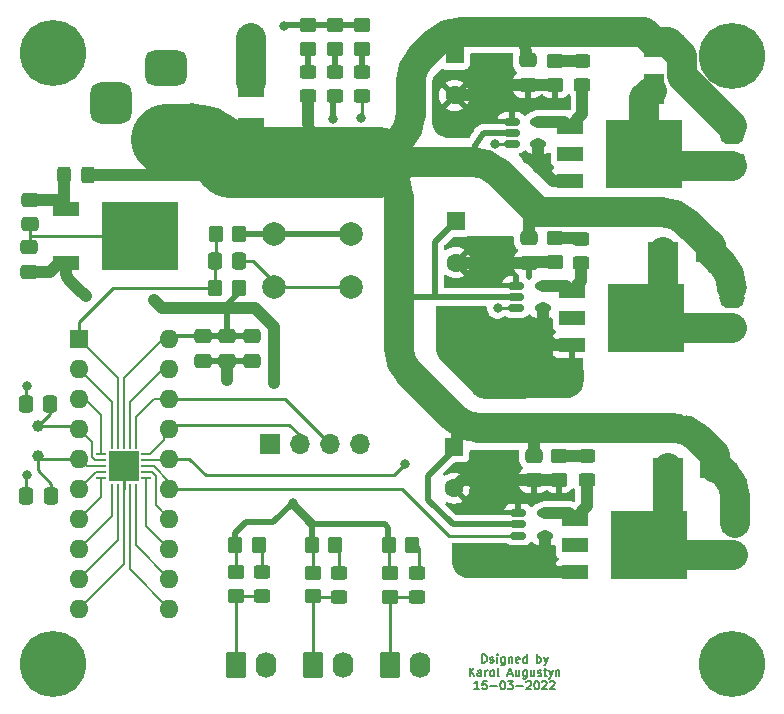
<source format=gtl>
G04 #@! TF.GenerationSoftware,KiCad,Pcbnew,(6.0.2)*
G04 #@! TF.CreationDate,2022-04-11T22:25:35+02:00*
G04 #@! TF.ProjectId,szafa_led_driver,737a6166-615f-46c6-9564-5f6472697665,rev?*
G04 #@! TF.SameCoordinates,Original*
G04 #@! TF.FileFunction,Copper,L1,Top*
G04 #@! TF.FilePolarity,Positive*
%FSLAX46Y46*%
G04 Gerber Fmt 4.6, Leading zero omitted, Abs format (unit mm)*
G04 Created by KiCad (PCBNEW (6.0.2)) date 2022-04-11 22:25:35*
%MOMM*%
%LPD*%
G01*
G04 APERTURE LIST*
G04 Aperture macros list*
%AMRoundRect*
0 Rectangle with rounded corners*
0 $1 Rounding radius*
0 $2 $3 $4 $5 $6 $7 $8 $9 X,Y pos of 4 corners*
0 Add a 4 corners polygon primitive as box body*
4,1,4,$2,$3,$4,$5,$6,$7,$8,$9,$2,$3,0*
0 Add four circle primitives for the rounded corners*
1,1,$1+$1,$2,$3*
1,1,$1+$1,$4,$5*
1,1,$1+$1,$6,$7*
1,1,$1+$1,$8,$9*
0 Add four rect primitives between the rounded corners*
20,1,$1+$1,$2,$3,$4,$5,0*
20,1,$1+$1,$4,$5,$6,$7,0*
20,1,$1+$1,$6,$7,$8,$9,0*
20,1,$1+$1,$8,$9,$2,$3,0*%
G04 Aperture macros list end*
%ADD10C,0.175000*%
G04 #@! TA.AperFunction,NonConductor*
%ADD11C,0.175000*%
G04 #@! TD*
G04 #@! TA.AperFunction,SMDPad,CuDef*
%ADD12RoundRect,0.250000X-0.350000X-0.450000X0.350000X-0.450000X0.350000X0.450000X-0.350000X0.450000X0*%
G04 #@! TD*
G04 #@! TA.AperFunction,SMDPad,CuDef*
%ADD13RoundRect,0.250000X-0.475000X0.337500X-0.475000X-0.337500X0.475000X-0.337500X0.475000X0.337500X0*%
G04 #@! TD*
G04 #@! TA.AperFunction,SMDPad,CuDef*
%ADD14RoundRect,0.150000X-0.512500X-0.150000X0.512500X-0.150000X0.512500X0.150000X-0.512500X0.150000X0*%
G04 #@! TD*
G04 #@! TA.AperFunction,ComponentPad*
%ADD15C,5.600000*%
G04 #@! TD*
G04 #@! TA.AperFunction,SMDPad,CuDef*
%ADD16RoundRect,0.250000X0.450000X-0.350000X0.450000X0.350000X-0.450000X0.350000X-0.450000X-0.350000X0*%
G04 #@! TD*
G04 #@! TA.AperFunction,SMDPad,CuDef*
%ADD17RoundRect,0.250000X0.337500X0.475000X-0.337500X0.475000X-0.337500X-0.475000X0.337500X-0.475000X0*%
G04 #@! TD*
G04 #@! TA.AperFunction,SMDPad,CuDef*
%ADD18R,2.200000X1.200000*%
G04 #@! TD*
G04 #@! TA.AperFunction,SMDPad,CuDef*
%ADD19R,6.400000X5.800000*%
G04 #@! TD*
G04 #@! TA.AperFunction,SMDPad,CuDef*
%ADD20RoundRect,0.250000X0.450000X-0.325000X0.450000X0.325000X-0.450000X0.325000X-0.450000X-0.325000X0*%
G04 #@! TD*
G04 #@! TA.AperFunction,SMDPad,CuDef*
%ADD21RoundRect,0.250000X0.325000X0.450000X-0.325000X0.450000X-0.325000X-0.450000X0.325000X-0.450000X0*%
G04 #@! TD*
G04 #@! TA.AperFunction,ComponentPad*
%ADD22R,1.600000X1.600000*%
G04 #@! TD*
G04 #@! TA.AperFunction,ComponentPad*
%ADD23C,1.600000*%
G04 #@! TD*
G04 #@! TA.AperFunction,SMDPad,CuDef*
%ADD24R,2.500000X1.800000*%
G04 #@! TD*
G04 #@! TA.AperFunction,ComponentPad*
%ADD25RoundRect,0.250000X0.845000X-0.620000X0.845000X0.620000X-0.845000X0.620000X-0.845000X-0.620000X0*%
G04 #@! TD*
G04 #@! TA.AperFunction,ComponentPad*
%ADD26O,2.190000X1.740000*%
G04 #@! TD*
G04 #@! TA.AperFunction,SMDPad,CuDef*
%ADD27RoundRect,0.250000X-0.450000X0.350000X-0.450000X-0.350000X0.450000X-0.350000X0.450000X0.350000X0*%
G04 #@! TD*
G04 #@! TA.AperFunction,SMDPad,CuDef*
%ADD28RoundRect,0.062500X-0.362500X-0.062500X0.362500X-0.062500X0.362500X0.062500X-0.362500X0.062500X0*%
G04 #@! TD*
G04 #@! TA.AperFunction,SMDPad,CuDef*
%ADD29RoundRect,0.062500X-0.062500X-0.362500X0.062500X-0.362500X0.062500X0.362500X-0.062500X0.362500X0*%
G04 #@! TD*
G04 #@! TA.AperFunction,SMDPad,CuDef*
%ADD30R,2.600000X2.600000*%
G04 #@! TD*
G04 #@! TA.AperFunction,SMDPad,CuDef*
%ADD31RoundRect,0.250000X-0.337500X-0.475000X0.337500X-0.475000X0.337500X0.475000X-0.337500X0.475000X0*%
G04 #@! TD*
G04 #@! TA.AperFunction,SMDPad,CuDef*
%ADD32R,2.300000X2.500000*%
G04 #@! TD*
G04 #@! TA.AperFunction,SMDPad,CuDef*
%ADD33RoundRect,0.250000X-0.450000X0.325000X-0.450000X-0.325000X0.450000X-0.325000X0.450000X0.325000X0*%
G04 #@! TD*
G04 #@! TA.AperFunction,ComponentPad*
%ADD34R,1.700000X1.700000*%
G04 #@! TD*
G04 #@! TA.AperFunction,ComponentPad*
%ADD35O,1.700000X1.700000*%
G04 #@! TD*
G04 #@! TA.AperFunction,ComponentPad*
%ADD36O,1.600000X1.600000*%
G04 #@! TD*
G04 #@! TA.AperFunction,SMDPad,CuDef*
%ADD37RoundRect,0.250000X0.350000X0.450000X-0.350000X0.450000X-0.350000X-0.450000X0.350000X-0.450000X0*%
G04 #@! TD*
G04 #@! TA.AperFunction,ComponentPad*
%ADD38RoundRect,0.250000X-0.620000X-0.845000X0.620000X-0.845000X0.620000X0.845000X-0.620000X0.845000X0*%
G04 #@! TD*
G04 #@! TA.AperFunction,ComponentPad*
%ADD39O,1.740000X2.190000*%
G04 #@! TD*
G04 #@! TA.AperFunction,ComponentPad*
%ADD40C,2.000000*%
G04 #@! TD*
G04 #@! TA.AperFunction,ComponentPad*
%ADD41R,3.500000X3.500000*%
G04 #@! TD*
G04 #@! TA.AperFunction,ComponentPad*
%ADD42RoundRect,0.750000X-1.000000X0.750000X-1.000000X-0.750000X1.000000X-0.750000X1.000000X0.750000X0*%
G04 #@! TD*
G04 #@! TA.AperFunction,ComponentPad*
%ADD43RoundRect,0.875000X-0.875000X0.875000X-0.875000X-0.875000X0.875000X-0.875000X0.875000X0.875000X0*%
G04 #@! TD*
G04 #@! TA.AperFunction,SMDPad,CuDef*
%ADD44R,1.800000X2.500000*%
G04 #@! TD*
G04 #@! TA.AperFunction,SMDPad,CuDef*
%ADD45RoundRect,0.250000X0.475000X-0.337500X0.475000X0.337500X-0.475000X0.337500X-0.475000X-0.337500X0*%
G04 #@! TD*
G04 #@! TA.AperFunction,ComponentPad*
%ADD46C,1.000000*%
G04 #@! TD*
G04 #@! TA.AperFunction,ViaPad*
%ADD47C,0.800000*%
G04 #@! TD*
G04 #@! TA.AperFunction,Conductor*
%ADD48C,1.000000*%
G04 #@! TD*
G04 #@! TA.AperFunction,Conductor*
%ADD49C,0.254000*%
G04 #@! TD*
G04 #@! TA.AperFunction,Conductor*
%ADD50C,0.203200*%
G04 #@! TD*
G04 #@! TA.AperFunction,Conductor*
%ADD51C,0.500000*%
G04 #@! TD*
G04 #@! TA.AperFunction,Conductor*
%ADD52C,2.500000*%
G04 #@! TD*
G04 #@! TA.AperFunction,Conductor*
%ADD53C,0.304800*%
G04 #@! TD*
G04 #@! TA.AperFunction,Conductor*
%ADD54C,6.000000*%
G04 #@! TD*
G04 APERTURE END LIST*
D10*
D11*
X109066666Y-104889666D02*
X109066666Y-104189666D01*
X109233333Y-104189666D01*
X109333333Y-104223000D01*
X109400000Y-104289666D01*
X109433333Y-104356333D01*
X109466666Y-104489666D01*
X109466666Y-104589666D01*
X109433333Y-104723000D01*
X109400000Y-104789666D01*
X109333333Y-104856333D01*
X109233333Y-104889666D01*
X109066666Y-104889666D01*
X109733333Y-104856333D02*
X109800000Y-104889666D01*
X109933333Y-104889666D01*
X110000000Y-104856333D01*
X110033333Y-104789666D01*
X110033333Y-104756333D01*
X110000000Y-104689666D01*
X109933333Y-104656333D01*
X109833333Y-104656333D01*
X109766666Y-104623000D01*
X109733333Y-104556333D01*
X109733333Y-104523000D01*
X109766666Y-104456333D01*
X109833333Y-104423000D01*
X109933333Y-104423000D01*
X110000000Y-104456333D01*
X110333333Y-104889666D02*
X110333333Y-104423000D01*
X110333333Y-104189666D02*
X110300000Y-104223000D01*
X110333333Y-104256333D01*
X110366666Y-104223000D01*
X110333333Y-104189666D01*
X110333333Y-104256333D01*
X110966666Y-104423000D02*
X110966666Y-104989666D01*
X110933333Y-105056333D01*
X110900000Y-105089666D01*
X110833333Y-105123000D01*
X110733333Y-105123000D01*
X110666666Y-105089666D01*
X110966666Y-104856333D02*
X110900000Y-104889666D01*
X110766666Y-104889666D01*
X110700000Y-104856333D01*
X110666666Y-104823000D01*
X110633333Y-104756333D01*
X110633333Y-104556333D01*
X110666666Y-104489666D01*
X110700000Y-104456333D01*
X110766666Y-104423000D01*
X110900000Y-104423000D01*
X110966666Y-104456333D01*
X111300000Y-104423000D02*
X111300000Y-104889666D01*
X111300000Y-104489666D02*
X111333333Y-104456333D01*
X111400000Y-104423000D01*
X111500000Y-104423000D01*
X111566666Y-104456333D01*
X111600000Y-104523000D01*
X111600000Y-104889666D01*
X112200000Y-104856333D02*
X112133333Y-104889666D01*
X112000000Y-104889666D01*
X111933333Y-104856333D01*
X111900000Y-104789666D01*
X111900000Y-104523000D01*
X111933333Y-104456333D01*
X112000000Y-104423000D01*
X112133333Y-104423000D01*
X112200000Y-104456333D01*
X112233333Y-104523000D01*
X112233333Y-104589666D01*
X111900000Y-104656333D01*
X112833333Y-104889666D02*
X112833333Y-104189666D01*
X112833333Y-104856333D02*
X112766666Y-104889666D01*
X112633333Y-104889666D01*
X112566666Y-104856333D01*
X112533333Y-104823000D01*
X112500000Y-104756333D01*
X112500000Y-104556333D01*
X112533333Y-104489666D01*
X112566666Y-104456333D01*
X112633333Y-104423000D01*
X112766666Y-104423000D01*
X112833333Y-104456333D01*
X113700000Y-104889666D02*
X113700000Y-104189666D01*
X113700000Y-104456333D02*
X113766666Y-104423000D01*
X113900000Y-104423000D01*
X113966666Y-104456333D01*
X114000000Y-104489666D01*
X114033333Y-104556333D01*
X114033333Y-104756333D01*
X114000000Y-104823000D01*
X113966666Y-104856333D01*
X113900000Y-104889666D01*
X113766666Y-104889666D01*
X113700000Y-104856333D01*
X114266666Y-104423000D02*
X114433333Y-104889666D01*
X114600000Y-104423000D02*
X114433333Y-104889666D01*
X114366666Y-105056333D01*
X114333333Y-105089666D01*
X114266666Y-105123000D01*
X108000000Y-106016666D02*
X108000000Y-105316666D01*
X108400000Y-106016666D02*
X108100000Y-105616666D01*
X108400000Y-105316666D02*
X108000000Y-105716666D01*
X109000000Y-106016666D02*
X109000000Y-105650000D01*
X108966666Y-105583333D01*
X108900000Y-105550000D01*
X108766666Y-105550000D01*
X108700000Y-105583333D01*
X109000000Y-105983333D02*
X108933333Y-106016666D01*
X108766666Y-106016666D01*
X108700000Y-105983333D01*
X108666666Y-105916666D01*
X108666666Y-105850000D01*
X108700000Y-105783333D01*
X108766666Y-105750000D01*
X108933333Y-105750000D01*
X109000000Y-105716666D01*
X109333333Y-106016666D02*
X109333333Y-105550000D01*
X109333333Y-105683333D02*
X109366666Y-105616666D01*
X109400000Y-105583333D01*
X109466666Y-105550000D01*
X109533333Y-105550000D01*
X109866666Y-106016666D02*
X109800000Y-105983333D01*
X109766666Y-105950000D01*
X109733333Y-105883333D01*
X109733333Y-105683333D01*
X109766666Y-105616666D01*
X109800000Y-105583333D01*
X109866666Y-105550000D01*
X109966666Y-105550000D01*
X110033333Y-105583333D01*
X110066666Y-105616666D01*
X110100000Y-105683333D01*
X110100000Y-105883333D01*
X110066666Y-105950000D01*
X110033333Y-105983333D01*
X109966666Y-106016666D01*
X109866666Y-106016666D01*
X110500000Y-106016666D02*
X110433333Y-105983333D01*
X110400000Y-105916666D01*
X110400000Y-105316666D01*
X111266666Y-105816666D02*
X111600000Y-105816666D01*
X111200000Y-106016666D02*
X111433333Y-105316666D01*
X111666666Y-106016666D01*
X112200000Y-105550000D02*
X112200000Y-106016666D01*
X111900000Y-105550000D02*
X111900000Y-105916666D01*
X111933333Y-105983333D01*
X112000000Y-106016666D01*
X112100000Y-106016666D01*
X112166666Y-105983333D01*
X112200000Y-105950000D01*
X112833333Y-105550000D02*
X112833333Y-106116666D01*
X112800000Y-106183333D01*
X112766666Y-106216666D01*
X112700000Y-106250000D01*
X112600000Y-106250000D01*
X112533333Y-106216666D01*
X112833333Y-105983333D02*
X112766666Y-106016666D01*
X112633333Y-106016666D01*
X112566666Y-105983333D01*
X112533333Y-105950000D01*
X112500000Y-105883333D01*
X112500000Y-105683333D01*
X112533333Y-105616666D01*
X112566666Y-105583333D01*
X112633333Y-105550000D01*
X112766666Y-105550000D01*
X112833333Y-105583333D01*
X113466666Y-105550000D02*
X113466666Y-106016666D01*
X113166666Y-105550000D02*
X113166666Y-105916666D01*
X113200000Y-105983333D01*
X113266666Y-106016666D01*
X113366666Y-106016666D01*
X113433333Y-105983333D01*
X113466666Y-105950000D01*
X113766666Y-105983333D02*
X113833333Y-106016666D01*
X113966666Y-106016666D01*
X114033333Y-105983333D01*
X114066666Y-105916666D01*
X114066666Y-105883333D01*
X114033333Y-105816666D01*
X113966666Y-105783333D01*
X113866666Y-105783333D01*
X113800000Y-105750000D01*
X113766666Y-105683333D01*
X113766666Y-105650000D01*
X113800000Y-105583333D01*
X113866666Y-105550000D01*
X113966666Y-105550000D01*
X114033333Y-105583333D01*
X114266666Y-105550000D02*
X114533333Y-105550000D01*
X114366666Y-105316666D02*
X114366666Y-105916666D01*
X114400000Y-105983333D01*
X114466666Y-106016666D01*
X114533333Y-106016666D01*
X114700000Y-105550000D02*
X114866666Y-106016666D01*
X115033333Y-105550000D02*
X114866666Y-106016666D01*
X114800000Y-106183333D01*
X114766666Y-106216666D01*
X114700000Y-106250000D01*
X115300000Y-105550000D02*
X115300000Y-106016666D01*
X115300000Y-105616666D02*
X115333333Y-105583333D01*
X115400000Y-105550000D01*
X115500000Y-105550000D01*
X115566666Y-105583333D01*
X115600000Y-105650000D01*
X115600000Y-106016666D01*
X108800000Y-107143666D02*
X108400000Y-107143666D01*
X108600000Y-107143666D02*
X108600000Y-106443666D01*
X108533333Y-106543666D01*
X108466666Y-106610333D01*
X108400000Y-106643666D01*
X109433333Y-106443666D02*
X109100000Y-106443666D01*
X109066666Y-106777000D01*
X109100000Y-106743666D01*
X109166666Y-106710333D01*
X109333333Y-106710333D01*
X109400000Y-106743666D01*
X109433333Y-106777000D01*
X109466666Y-106843666D01*
X109466666Y-107010333D01*
X109433333Y-107077000D01*
X109400000Y-107110333D01*
X109333333Y-107143666D01*
X109166666Y-107143666D01*
X109100000Y-107110333D01*
X109066666Y-107077000D01*
X109766666Y-106877000D02*
X110300000Y-106877000D01*
X110766666Y-106443666D02*
X110833333Y-106443666D01*
X110900000Y-106477000D01*
X110933333Y-106510333D01*
X110966666Y-106577000D01*
X111000000Y-106710333D01*
X111000000Y-106877000D01*
X110966666Y-107010333D01*
X110933333Y-107077000D01*
X110900000Y-107110333D01*
X110833333Y-107143666D01*
X110766666Y-107143666D01*
X110700000Y-107110333D01*
X110666666Y-107077000D01*
X110633333Y-107010333D01*
X110600000Y-106877000D01*
X110600000Y-106710333D01*
X110633333Y-106577000D01*
X110666666Y-106510333D01*
X110700000Y-106477000D01*
X110766666Y-106443666D01*
X111233333Y-106443666D02*
X111666666Y-106443666D01*
X111433333Y-106710333D01*
X111533333Y-106710333D01*
X111600000Y-106743666D01*
X111633333Y-106777000D01*
X111666666Y-106843666D01*
X111666666Y-107010333D01*
X111633333Y-107077000D01*
X111600000Y-107110333D01*
X111533333Y-107143666D01*
X111333333Y-107143666D01*
X111266666Y-107110333D01*
X111233333Y-107077000D01*
X111966666Y-106877000D02*
X112500000Y-106877000D01*
X112800000Y-106510333D02*
X112833333Y-106477000D01*
X112900000Y-106443666D01*
X113066666Y-106443666D01*
X113133333Y-106477000D01*
X113166666Y-106510333D01*
X113200000Y-106577000D01*
X113200000Y-106643666D01*
X113166666Y-106743666D01*
X112766666Y-107143666D01*
X113200000Y-107143666D01*
X113633333Y-106443666D02*
X113700000Y-106443666D01*
X113766666Y-106477000D01*
X113800000Y-106510333D01*
X113833333Y-106577000D01*
X113866666Y-106710333D01*
X113866666Y-106877000D01*
X113833333Y-107010333D01*
X113800000Y-107077000D01*
X113766666Y-107110333D01*
X113700000Y-107143666D01*
X113633333Y-107143666D01*
X113566666Y-107110333D01*
X113533333Y-107077000D01*
X113500000Y-107010333D01*
X113466666Y-106877000D01*
X113466666Y-106710333D01*
X113500000Y-106577000D01*
X113533333Y-106510333D01*
X113566666Y-106477000D01*
X113633333Y-106443666D01*
X114133333Y-106510333D02*
X114166666Y-106477000D01*
X114233333Y-106443666D01*
X114400000Y-106443666D01*
X114466666Y-106477000D01*
X114500000Y-106510333D01*
X114533333Y-106577000D01*
X114533333Y-106643666D01*
X114500000Y-106743666D01*
X114100000Y-107143666D01*
X114533333Y-107143666D01*
X114800000Y-106510333D02*
X114833333Y-106477000D01*
X114900000Y-106443666D01*
X115066666Y-106443666D01*
X115133333Y-106477000D01*
X115166666Y-106510333D01*
X115200000Y-106577000D01*
X115200000Y-106643666D01*
X115166666Y-106743666D01*
X114766666Y-107143666D01*
X115200000Y-107143666D01*
D12*
X86496000Y-68601200D03*
X88496000Y-68601200D03*
D13*
X85394800Y-77245300D03*
X85394800Y-79320300D03*
X87477600Y-77245300D03*
X87477600Y-79320300D03*
D14*
X112115600Y-92232400D03*
X112115600Y-93182400D03*
X112115600Y-94132400D03*
X114390600Y-94132400D03*
X114390600Y-92232400D03*
D15*
X130250000Y-53500000D03*
D16*
X94742000Y-99282000D03*
X94742000Y-97282000D03*
D17*
X72483800Y-82956400D03*
X70408800Y-82956400D03*
D18*
X116482200Y-59542600D03*
D19*
X122782200Y-61822600D03*
D18*
X116482200Y-61822600D03*
X116482200Y-64102600D03*
D20*
X103530400Y-99323000D03*
X103530400Y-97273000D03*
D21*
X75717400Y-63605500D03*
X73667400Y-63605500D03*
D13*
X113000000Y-68962500D03*
X113000000Y-71037500D03*
D22*
X106680000Y-86614000D03*
D23*
X106680000Y-90114000D03*
D13*
X112928400Y-53906600D03*
X112928400Y-55981600D03*
D24*
X128397000Y-70104000D03*
X124397000Y-70104000D03*
D25*
X130327400Y-95808800D03*
D26*
X130327400Y-93268800D03*
D27*
X94284800Y-50917600D03*
X94284800Y-52917600D03*
D16*
X88239600Y-99231200D03*
X88239600Y-97231200D03*
D28*
X76789600Y-87265000D03*
X76789600Y-87765000D03*
X76789600Y-88265000D03*
X76789600Y-88765000D03*
X76789600Y-89265000D03*
D29*
X77714600Y-90190000D03*
X78214600Y-90190000D03*
X78714600Y-90190000D03*
X79214600Y-90190000D03*
X79714600Y-90190000D03*
D28*
X80639600Y-89265000D03*
X80639600Y-88765000D03*
X80639600Y-88265000D03*
X80639600Y-87765000D03*
X80639600Y-87265000D03*
D29*
X79714600Y-86340000D03*
X79214600Y-86340000D03*
X78714600Y-86340000D03*
X78214600Y-86340000D03*
X77714600Y-86340000D03*
D30*
X78714600Y-88265000D03*
D31*
X86442500Y-70887200D03*
X88517500Y-70887200D03*
D22*
X106832400Y-67513200D03*
D23*
X106832400Y-71013200D03*
D32*
X89500000Y-60050000D03*
X89500000Y-55750000D03*
D33*
X96570800Y-54905800D03*
X96570800Y-56955800D03*
D13*
X70764400Y-65713700D03*
X70764400Y-67788700D03*
D34*
X91059000Y-86360000D03*
D35*
X93599000Y-86360000D03*
X96139000Y-86360000D03*
X98679000Y-86360000D03*
D22*
X74940000Y-77475000D03*
D36*
X74940000Y-80015000D03*
X74940000Y-82555000D03*
X74940000Y-85095000D03*
X74940000Y-87635000D03*
X74940000Y-90175000D03*
X74940000Y-92715000D03*
X74940000Y-95255000D03*
X74940000Y-97795000D03*
X74940000Y-100335000D03*
X82560000Y-100335000D03*
X82560000Y-97795000D03*
X82560000Y-95255000D03*
X82560000Y-92715000D03*
X82560000Y-90175000D03*
X82560000Y-87635000D03*
X82560000Y-85095000D03*
X82560000Y-82555000D03*
X82560000Y-80015000D03*
X82560000Y-77475000D03*
D27*
X96570800Y-50917600D03*
X96570800Y-52917600D03*
D25*
X130200400Y-62687200D03*
D26*
X130200400Y-60147200D03*
D25*
X130195000Y-76530200D03*
D26*
X130195000Y-73990200D03*
D15*
X72750000Y-53250000D03*
D20*
X90424000Y-99263200D03*
X90424000Y-97213200D03*
D18*
X116627800Y-73437400D03*
X116627800Y-75717400D03*
D19*
X122927800Y-75717400D03*
D18*
X116627800Y-77997400D03*
D37*
X103158800Y-94945200D03*
X101158800Y-94945200D03*
D18*
X73803400Y-66481700D03*
D19*
X80103400Y-68761700D03*
D18*
X73803400Y-71041700D03*
D27*
X98856800Y-50917600D03*
X98856800Y-52917600D03*
D38*
X88239600Y-105054400D03*
D39*
X90779600Y-105054400D03*
D38*
X101244400Y-105054400D03*
D39*
X103784400Y-105054400D03*
D16*
X101244400Y-99298000D03*
X101244400Y-97298000D03*
D33*
X117957600Y-87367000D03*
X117957600Y-89417000D03*
D38*
X94742000Y-105054400D03*
D39*
X97282000Y-105054400D03*
D13*
X113436400Y-87354500D03*
X113436400Y-89429500D03*
D14*
X111556800Y-59080400D03*
X111556800Y-60030400D03*
X111556800Y-60980400D03*
X113831800Y-60980400D03*
X113831800Y-59080400D03*
D15*
X72750000Y-105000000D03*
D16*
X115265200Y-55965600D03*
X115265200Y-53965600D03*
D33*
X98856800Y-54905800D03*
X98856800Y-56955800D03*
D12*
X86480000Y-73173200D03*
X88480000Y-73173200D03*
D18*
X116881800Y-92690600D03*
X116881800Y-94970600D03*
D19*
X123181800Y-94970600D03*
D18*
X116881800Y-97250600D03*
D22*
X106730800Y-53363749D03*
D23*
X106730800Y-56863749D03*
D24*
X128796800Y-88392000D03*
X124796800Y-88392000D03*
D14*
X111912400Y-72964000D03*
X111912400Y-73914000D03*
X111912400Y-74864000D03*
X114187400Y-74864000D03*
X114187400Y-72964000D03*
D40*
X91442400Y-73101200D03*
X97942400Y-73101200D03*
X97942400Y-68601200D03*
X91442400Y-68601200D03*
D41*
X82297000Y-60531000D03*
D42*
X82297000Y-54531000D03*
D43*
X77597000Y-57531000D03*
D20*
X96977200Y-99323000D03*
X96977200Y-97273000D03*
D44*
X123571000Y-52324000D03*
X123571000Y-56324000D03*
D15*
X130250000Y-105000000D03*
D16*
X115214400Y-70967600D03*
X115214400Y-68967600D03*
D37*
X90138000Y-94894400D03*
X88138000Y-94894400D03*
D45*
X70713600Y-71801900D03*
X70713600Y-69726900D03*
D17*
X72542400Y-90779600D03*
X70467400Y-90779600D03*
D16*
X115570000Y-89401400D03*
X115570000Y-87401400D03*
D33*
X94284800Y-54905800D03*
X94284800Y-56955800D03*
X117551200Y-53931600D03*
X117551200Y-55981600D03*
D46*
X71417000Y-87426800D03*
X71417000Y-84886800D03*
D37*
X96640400Y-94894400D03*
X94640400Y-94894400D03*
D13*
X89560400Y-77245300D03*
X89560400Y-79320300D03*
D33*
X117449600Y-68993800D03*
X117449600Y-71043800D03*
D47*
X112050000Y-95400000D03*
X108800000Y-96350000D03*
X112650000Y-76500000D03*
X80750000Y-66750000D03*
X114088500Y-63161500D03*
X114450000Y-81300000D03*
X114904700Y-77795300D03*
X112650000Y-79700000D03*
X89500000Y-53500000D03*
X79250000Y-66750000D03*
X114187400Y-76962600D03*
X107700000Y-96350000D03*
X113831800Y-62268200D03*
X82250000Y-66750000D03*
X77750000Y-70500000D03*
X70500000Y-89000000D03*
X89500000Y-52500000D03*
X114500000Y-79700000D03*
X107700000Y-95350000D03*
X111000000Y-78000000D03*
X80750000Y-69250000D03*
X112600000Y-81250000D03*
X92250000Y-51000000D03*
X82250000Y-70500000D03*
X70500000Y-81500000D03*
X114713500Y-63786500D03*
X80750000Y-68000000D03*
X77750000Y-68000000D03*
X114390600Y-96309400D03*
X115079300Y-97070700D03*
X77750000Y-66750000D03*
X108800000Y-95400000D03*
X114187400Y-76062600D03*
X114390600Y-95209400D03*
X80750000Y-70500000D03*
X113200000Y-95400000D03*
X79250000Y-69250000D03*
X87500000Y-81000000D03*
X112900000Y-62250000D03*
X109900000Y-96400000D03*
X113200000Y-96450000D03*
X110900000Y-81250000D03*
X111000000Y-76500000D03*
X89500000Y-51500000D03*
X110950000Y-79650000D03*
X82250000Y-68000000D03*
X112100000Y-96450000D03*
X82250000Y-69250000D03*
X112650000Y-78050000D03*
X79250000Y-70500000D03*
X109850000Y-95400000D03*
X77750000Y-69250000D03*
X79250000Y-68000000D03*
X111000000Y-95400000D03*
X111000000Y-96400000D03*
X91414600Y-81203800D03*
X81965800Y-74853800D03*
X75488800Y-73888600D03*
X96443800Y-58877200D03*
X93014800Y-91363800D03*
X74853800Y-73253600D03*
X81292700Y-74180700D03*
X98806000Y-58750200D03*
X110134400Y-60960000D03*
X102514400Y-88112600D03*
X110363000Y-74853800D03*
D48*
X74853800Y-73253600D02*
X75488800Y-73888600D01*
D49*
X71625200Y-87635000D02*
X71417000Y-87426800D01*
X72542400Y-89738200D02*
X71417000Y-88612800D01*
X74940000Y-87635000D02*
X71625200Y-87635000D01*
D50*
X75570000Y-88265000D02*
X74940000Y-87635000D01*
X76789600Y-88265000D02*
X75570000Y-88265000D01*
D49*
X71417000Y-88612800D02*
X71417000Y-87426800D01*
X72542400Y-90779600D02*
X72542400Y-89738200D01*
D48*
X115029600Y-64102600D02*
X114713500Y-63786500D01*
X106856700Y-71037500D02*
X106832400Y-71013200D01*
D49*
X91442400Y-72692400D02*
X91442400Y-73101200D01*
D51*
X85394800Y-79320300D02*
X89560400Y-79320300D01*
D50*
X78714600Y-90190000D02*
X78714600Y-96560400D01*
D48*
X114390600Y-96382000D02*
X114390600Y-96309400D01*
X110540800Y-55981600D02*
X112928400Y-55981600D01*
X112944400Y-55965600D02*
X112928400Y-55981600D01*
D49*
X70408800Y-81591200D02*
X70500000Y-81500000D01*
D51*
X94284800Y-50917600D02*
X92332400Y-50917600D01*
D48*
X114088500Y-63161500D02*
X113831800Y-62904800D01*
X114904700Y-77795300D02*
X114187400Y-77078000D01*
D49*
X70764400Y-67788700D02*
X70764400Y-68735600D01*
X97942400Y-73101200D02*
X91442400Y-73101200D01*
D48*
X116482200Y-64102600D02*
X115029600Y-64102600D01*
X113069900Y-70967600D02*
X113000000Y-71037500D01*
X115214400Y-70967600D02*
X113069900Y-70967600D01*
D49*
X89637200Y-70887200D02*
X91442400Y-72692400D01*
D48*
X114187400Y-76062600D02*
X114187400Y-74864000D01*
D51*
X92332400Y-50917600D02*
X92250000Y-51000000D01*
D48*
X115259200Y-97250600D02*
X115079300Y-97070700D01*
D49*
X78714600Y-90190000D02*
X78714600Y-88265000D01*
D48*
X116627800Y-77997400D02*
X115106800Y-77997400D01*
D49*
X88517500Y-70887200D02*
X89637200Y-70887200D01*
D48*
X113000000Y-71037500D02*
X106856700Y-71037500D01*
D52*
X89500000Y-52500000D02*
X89500000Y-53500000D01*
D49*
X70408800Y-82956400D02*
X70408800Y-81591200D01*
X70764400Y-68735600D02*
X70790500Y-68761700D01*
D48*
X115570000Y-89401400D02*
X113464500Y-89401400D01*
X114390600Y-95209400D02*
X114390600Y-94132400D01*
D49*
X70467400Y-89032600D02*
X70500000Y-89000000D01*
D52*
X89500000Y-55750000D02*
X89500000Y-54000000D01*
D48*
X114187400Y-77078000D02*
X114187400Y-76962600D01*
X114187400Y-76962600D02*
X114187400Y-76062600D01*
X116881800Y-97250600D02*
X115259200Y-97250600D01*
D50*
X78714600Y-96560400D02*
X74940000Y-100335000D01*
D48*
X113831800Y-62268200D02*
X113831800Y-60980400D01*
X106730800Y-56863749D02*
X109658651Y-56863749D01*
X107364500Y-89429500D02*
X106680000Y-90114000D01*
X115265200Y-55965600D02*
X112944400Y-55965600D01*
X113831800Y-62904800D02*
X113831800Y-62268200D01*
D52*
X89500000Y-52000000D02*
X89500000Y-52500000D01*
D49*
X70764400Y-69676100D02*
X70713600Y-69726900D01*
D48*
X87477600Y-80977600D02*
X87500000Y-81000000D01*
X114713500Y-63786500D02*
X114088500Y-63161500D01*
X109658651Y-56863749D02*
X110540800Y-55981600D01*
X113464500Y-89401400D02*
X113436400Y-89429500D01*
X115079300Y-97070700D02*
X114390600Y-96382000D01*
X114390600Y-96309400D02*
X114390600Y-95209400D01*
X113436400Y-89429500D02*
X107364500Y-89429500D01*
X87477600Y-79320300D02*
X87477600Y-80977600D01*
X115106800Y-77997400D02*
X114904700Y-77795300D01*
D49*
X70467400Y-90779600D02*
X70467400Y-89032600D01*
X70764400Y-68735600D02*
X70764400Y-69676100D01*
D51*
X98856800Y-50917600D02*
X94284800Y-50917600D01*
D49*
X70790500Y-68761700D02*
X80103400Y-68761700D01*
D50*
X76047600Y-86202600D02*
X74940000Y-85095000D01*
X76047600Y-87513036D02*
X76047600Y-86202600D01*
D49*
X72483800Y-82956400D02*
X72483800Y-83820000D01*
X72483800Y-83820000D02*
X71417000Y-84886800D01*
X74731800Y-84886800D02*
X74940000Y-85095000D01*
D50*
X76789600Y-87765000D02*
X76299564Y-87765000D01*
X76299564Y-87765000D02*
X76047600Y-87513036D01*
D49*
X71417000Y-84886800D02*
X74731800Y-84886800D01*
X86480000Y-70924700D02*
X86442500Y-70887200D01*
D50*
X78214600Y-86340000D02*
X78214600Y-80749600D01*
D49*
X77826800Y-73173200D02*
X74940000Y-76060000D01*
X86480000Y-73173200D02*
X77826800Y-73173200D01*
X86496000Y-70833700D02*
X86442500Y-70887200D01*
X86496000Y-68601200D02*
X86496000Y-70833700D01*
D50*
X78214600Y-80749600D02*
X74940000Y-77475000D01*
D49*
X74940000Y-76060000D02*
X74940000Y-77475000D01*
X86480000Y-73173200D02*
X86480000Y-70924700D01*
D53*
X82560000Y-77440000D02*
X82754700Y-77245300D01*
X82560000Y-77475000D02*
X82560000Y-77440000D01*
D49*
X88239600Y-94996000D02*
X88138000Y-94894400D01*
X101158800Y-97212400D02*
X101244400Y-97298000D01*
X94742000Y-97282000D02*
X94742000Y-94996000D01*
D51*
X101117400Y-93497400D02*
X101117400Y-94903800D01*
X96443800Y-58877200D02*
X96443800Y-57082800D01*
D48*
X89839800Y-74853800D02*
X89865200Y-74879200D01*
D51*
X87172800Y-74853800D02*
X88480000Y-73546600D01*
D49*
X94742000Y-94996000D02*
X94640400Y-94894400D01*
D48*
X91440000Y-81178400D02*
X91414600Y-81203800D01*
X81292700Y-74180700D02*
X81965800Y-74853800D01*
D51*
X94843600Y-93192600D02*
X100812600Y-93192600D01*
X93014800Y-91363800D02*
X91389200Y-92989400D01*
X87172800Y-74853800D02*
X87184707Y-74865707D01*
X93014800Y-91363800D02*
X94843600Y-93192600D01*
D48*
X73803400Y-71041700D02*
X73803400Y-71788986D01*
D51*
X89027000Y-92989400D02*
X88138000Y-93878400D01*
D49*
X101158800Y-94945200D02*
X101158800Y-97212400D01*
D48*
X91440000Y-76454000D02*
X91440000Y-80467200D01*
X74096293Y-72496093D02*
X74853800Y-73253600D01*
D51*
X93014800Y-91363800D02*
X93014800Y-91668600D01*
D48*
X73208300Y-71041700D02*
X72448100Y-71801900D01*
D51*
X88138000Y-93878400D02*
X88138000Y-94894400D01*
X91389200Y-92989400D02*
X89027000Y-92989400D01*
X101117400Y-94903800D02*
X101158800Y-94945200D01*
X94640400Y-93294200D02*
X94640400Y-94894400D01*
D48*
X91440000Y-80467200D02*
X91440000Y-81178400D01*
D51*
X87477600Y-75572814D02*
X87477600Y-77245300D01*
D50*
X78714600Y-80797400D02*
X82037000Y-77475000D01*
D48*
X73803400Y-71041700D02*
X73208300Y-71041700D01*
X89865200Y-74879200D02*
X91440000Y-76454000D01*
D50*
X78714600Y-86340000D02*
X78714600Y-80797400D01*
D51*
X85394800Y-77245300D02*
X89560400Y-77245300D01*
X96443800Y-57082800D02*
X96570800Y-56955800D01*
X88480000Y-73546600D02*
X88480000Y-73173200D01*
D48*
X72448100Y-71801900D02*
X70713600Y-71801900D01*
X87172800Y-74853800D02*
X89839800Y-74853800D01*
D53*
X82754700Y-77245300D02*
X85394800Y-77245300D01*
D51*
X93014800Y-91668600D02*
X94640400Y-93294200D01*
D49*
X88239600Y-97231200D02*
X88239600Y-94996000D01*
D50*
X82037000Y-77475000D02*
X82560000Y-77475000D01*
D48*
X81965800Y-74853800D02*
X87172800Y-74853800D01*
D51*
X100812600Y-93192600D02*
X101117400Y-93497400D01*
X87477599Y-75572814D02*
G75*
G03*
X87184706Y-74865708I-999993J3D01*
G01*
D48*
X73803401Y-71788986D02*
G75*
G03*
X74096294Y-72496092I999993J-3D01*
G01*
D52*
X111774200Y-51500000D02*
X122747000Y-51500000D01*
D51*
X104495600Y-91084400D02*
X104495600Y-89052400D01*
X104495600Y-89052400D02*
X106680000Y-86868000D01*
D48*
X75717400Y-63605500D02*
X85401859Y-63605500D01*
X113436400Y-87354500D02*
X113436400Y-85775800D01*
D51*
X106680000Y-86614000D02*
X106680000Y-84180000D01*
X105079800Y-69265800D02*
X105079800Y-73888600D01*
D52*
X130505200Y-90997841D02*
X130505200Y-93091000D01*
X128796800Y-87342978D02*
X127332501Y-85878679D01*
X123571000Y-52324000D02*
X124824000Y-52324000D01*
X128397000Y-70104000D02*
X129316321Y-71023321D01*
X125211181Y-85000000D02*
X112660600Y-85000000D01*
D54*
X96500000Y-62500000D02*
X100250000Y-62500000D01*
D51*
X106593600Y-93182400D02*
X104495600Y-91084400D01*
D52*
X103000000Y-58507359D02*
X103000000Y-55742641D01*
D51*
X109209800Y-60030400D02*
X109136038Y-60104162D01*
X102565200Y-73914000D02*
X102000000Y-73348800D01*
D52*
X102000000Y-73348800D02*
X102000000Y-65492641D01*
D51*
X106680000Y-84180000D02*
X106621320Y-84121320D01*
X112115600Y-93182400D02*
X106593600Y-93182400D01*
X111556800Y-60030400D02*
X109209800Y-60030400D01*
D52*
X112660600Y-85000000D02*
X108742641Y-85000000D01*
D51*
X111912400Y-73914000D02*
X105105200Y-73914000D01*
X105105200Y-73914000D02*
X102565200Y-73914000D01*
D52*
X128397000Y-69647000D02*
X128397000Y-70104000D01*
D48*
X112049720Y-51775520D02*
X111774200Y-51500000D01*
D52*
X122747000Y-51500000D02*
X123571000Y-52324000D01*
D48*
X113436400Y-85775800D02*
X112660600Y-85000000D01*
D52*
X126000489Y-55260206D02*
X130200400Y-59460117D01*
X113750000Y-66750000D02*
X124257359Y-66750000D01*
D54*
X86659680Y-61409680D02*
X87750000Y-62500000D01*
D48*
X113000000Y-67500000D02*
X113750000Y-66750000D01*
D52*
X110378680Y-63378680D02*
X113750000Y-66750000D01*
D51*
X106832400Y-67513200D02*
X105079800Y-69265800D01*
D52*
X100250000Y-62500000D02*
X102121321Y-60628679D01*
X129142000Y-88392000D02*
X129626521Y-88876521D01*
X125412237Y-52954457D02*
X126000489Y-53542709D01*
X101121320Y-63371320D02*
X100250000Y-62500000D01*
X106621320Y-84121320D02*
X102878679Y-80378679D01*
D48*
X112928400Y-53906600D02*
X112928400Y-53896841D01*
D52*
X125121810Y-52621810D02*
X125225303Y-52726677D01*
X102000000Y-78257359D02*
X102000000Y-73348800D01*
X128796800Y-88392000D02*
X128796800Y-87342978D01*
X128796800Y-88392000D02*
X129142000Y-88392000D01*
X125225303Y-52726677D02*
X125412237Y-52954457D01*
D48*
X94284800Y-56955800D02*
X94284800Y-59042159D01*
D52*
X100250000Y-62500000D02*
X108257359Y-62500000D01*
D54*
X87750000Y-62500000D02*
X96500000Y-62500000D01*
D52*
X103878680Y-53621320D02*
X105121321Y-52378679D01*
D51*
X105079800Y-73888600D02*
X105105200Y-73914000D01*
D52*
X126378680Y-67628680D02*
X128397000Y-69647000D01*
D48*
X87523180Y-62726820D02*
X87750000Y-62500000D01*
D52*
X107242641Y-51500000D02*
X111774200Y-51500000D01*
D54*
X82297000Y-60531000D02*
X84538359Y-60531000D01*
D52*
X126000489Y-53542709D02*
X126000489Y-55260206D01*
X124824000Y-52324000D02*
X125121810Y-52621810D01*
D51*
X106680000Y-86868000D02*
X106680000Y-86614000D01*
X108257359Y-62225482D02*
X108257359Y-62500000D01*
D48*
X95163480Y-61163480D02*
X96500000Y-62500000D01*
X113000000Y-68962500D02*
X113000000Y-67500000D01*
D51*
X109136038Y-60104162D02*
G75*
G03*
X108257359Y-62225482I2121319J-2121319D01*
G01*
D52*
X103878680Y-53621320D02*
G75*
G03*
X103000000Y-55742641I2121325J-2121323D01*
G01*
D48*
X85401859Y-63605499D02*
G75*
G03*
X87523179Y-62726819I3J2999993D01*
G01*
D52*
X103000000Y-58507359D02*
G75*
G02*
X102121321Y-60628679I-2999998J-1D01*
G01*
X124257359Y-66750001D02*
G75*
G02*
X126378679Y-67628681I3J-2999993D01*
G01*
X106621320Y-84121320D02*
G75*
G03*
X108742641Y-85000000I2121323J2121325D01*
G01*
X129316321Y-71023321D02*
G75*
G02*
X130195000Y-73144641I-2121319J-2121319D01*
G01*
D54*
X84538359Y-60531001D02*
G75*
G02*
X86659679Y-61409681I3J-2999993D01*
G01*
D52*
X108257359Y-62500001D02*
G75*
G02*
X110378679Y-63378681I3J-2999993D01*
G01*
X101999999Y-65492641D02*
G75*
G03*
X101121319Y-63371321I-2999993J3D01*
G01*
X130505200Y-90997841D02*
G75*
G03*
X129626521Y-88876521I-2999998J1D01*
G01*
X102000000Y-78257359D02*
G75*
G03*
X102878679Y-80378679I2999998J-1D01*
G01*
X127332501Y-85878679D02*
G75*
G03*
X125211181Y-85000000I-2121319J-2121319D01*
G01*
D48*
X95163480Y-61163480D02*
G75*
G02*
X94284800Y-59042159I2121325J2121323D01*
G01*
X112928399Y-53896841D02*
G75*
G03*
X112049719Y-51775521I-2999993J3D01*
G01*
D52*
X105121321Y-52378679D02*
G75*
G02*
X107242641Y-51500000I2121319J-2121319D01*
G01*
D48*
X73667400Y-63605500D02*
X73667400Y-66345700D01*
X70764400Y-65713700D02*
X73035400Y-65713700D01*
X73667400Y-66345700D02*
X73803400Y-66481700D01*
X73035400Y-65713700D02*
X73803400Y-66481700D01*
D51*
X94284800Y-54905800D02*
X94284800Y-52917600D01*
X96570800Y-54905800D02*
X96570800Y-52917600D01*
X98856800Y-52917600D02*
X98856800Y-54905800D01*
D50*
X79214600Y-82837400D02*
X82037000Y-80015000D01*
X79214600Y-86340000D02*
X79214600Y-82837400D01*
D49*
X98856800Y-56955800D02*
X98856800Y-58699400D01*
D50*
X82037000Y-80015000D02*
X82560000Y-80015000D01*
D49*
X98856800Y-58699400D02*
X98806000Y-58750200D01*
D48*
X117551200Y-53931600D02*
X115299200Y-53931600D01*
X115299200Y-53931600D02*
X115265200Y-53965600D01*
X113831800Y-59080400D02*
X116020000Y-59080400D01*
X117551200Y-55981600D02*
X117551200Y-58473600D01*
X116020000Y-59080400D02*
X116482200Y-59542600D01*
X117551200Y-58473600D02*
X116482200Y-59542600D01*
X117923200Y-87401400D02*
X117957600Y-87367000D01*
X115570000Y-87401400D02*
X117923200Y-87401400D01*
X117957600Y-91614800D02*
X116881800Y-92690600D01*
X114390600Y-92232400D02*
X116423600Y-92232400D01*
X117957600Y-89417000D02*
X117957600Y-91614800D01*
X116423600Y-92232400D02*
X116881800Y-92690600D01*
X117423400Y-68967600D02*
X117449600Y-68993800D01*
X115214400Y-68967600D02*
X117423400Y-68967600D01*
X117449600Y-71043800D02*
X117449600Y-72615600D01*
X114187400Y-72964000D02*
X116154400Y-72964000D01*
X116154400Y-72964000D02*
X116627800Y-73437400D01*
X117449600Y-72615600D02*
X116627800Y-73437400D01*
D52*
X123570000Y-61822600D02*
X124594120Y-62846720D01*
X122782200Y-61822600D02*
X122782200Y-57112800D01*
X122782200Y-61822600D02*
X123570000Y-61822600D01*
X124594120Y-62846720D02*
X130200400Y-62846720D01*
X122782200Y-57112800D02*
X123408793Y-56486207D01*
X124796800Y-93355600D02*
X123181800Y-94970600D01*
X130327400Y-95808800D02*
X124020000Y-95808800D01*
X124020000Y-95808800D02*
X123181800Y-94970600D01*
X124796800Y-88392000D02*
X124796800Y-93355600D01*
X124397000Y-74248200D02*
X122927800Y-75717400D01*
X124397000Y-70104000D02*
X124397000Y-74248200D01*
X123740600Y-76530200D02*
X122927800Y-75717400D01*
X130195000Y-76530200D02*
X123740600Y-76530200D01*
D50*
X77714600Y-82789600D02*
X74940000Y-80015000D01*
X77714600Y-86340000D02*
X77714600Y-82789600D01*
D49*
X90424000Y-99263200D02*
X88271600Y-99263200D01*
X88271600Y-99263200D02*
X88239600Y-99231200D01*
X88239600Y-105054400D02*
X88239600Y-99231200D01*
X90138000Y-94894400D02*
X90138000Y-94964000D01*
X90138000Y-94964000D02*
X90424000Y-95250000D01*
X90424000Y-95250000D02*
X90424000Y-97213200D01*
X96977200Y-99323000D02*
X94783000Y-99323000D01*
D50*
X75443000Y-82555000D02*
X74940000Y-82555000D01*
D49*
X94742000Y-99282000D02*
X94742000Y-105054400D01*
X94783000Y-99323000D02*
X94742000Y-99282000D01*
D50*
X76789600Y-87265000D02*
X76789600Y-83901600D01*
X76789600Y-83901600D02*
X75443000Y-82555000D01*
D49*
X96640400Y-94894400D02*
X96640400Y-95116400D01*
X96977200Y-95453200D02*
X96977200Y-97273000D01*
X96640400Y-95116400D02*
X96977200Y-95453200D01*
D50*
X76125989Y-88989011D02*
X76126353Y-88989011D01*
D49*
X101269400Y-99323000D02*
X101244400Y-99298000D01*
D50*
X74940000Y-90175000D02*
X76125989Y-88989011D01*
X76350364Y-88765000D02*
X76789600Y-88765000D01*
D49*
X101244400Y-99298000D02*
X101244400Y-105054400D01*
X103530400Y-99323000D02*
X101269400Y-99323000D01*
D50*
X76126353Y-88989011D02*
X76350364Y-88765000D01*
D49*
X103708200Y-95199200D02*
X103708200Y-97095200D01*
X103454200Y-94945200D02*
X103708200Y-95199200D01*
X103158800Y-94945200D02*
X103454200Y-94945200D01*
X103708200Y-97095200D02*
X103530400Y-97273000D01*
X82905000Y-84750000D02*
X82560000Y-85095000D01*
D50*
X80959200Y-87265000D02*
X82143600Y-86080600D01*
X82143600Y-86080600D02*
X82143600Y-85511400D01*
D49*
X93599000Y-85599000D02*
X92750000Y-84750000D01*
D50*
X80639600Y-87265000D02*
X80959200Y-87265000D01*
D49*
X92750000Y-84750000D02*
X82905000Y-84750000D01*
X93599000Y-86360000D02*
X93599000Y-85599000D01*
D50*
X82143600Y-85511400D02*
X82560000Y-85095000D01*
X81275000Y-82555000D02*
X82560000Y-82555000D01*
D49*
X96139000Y-86360000D02*
X92334000Y-82555000D01*
D50*
X79714600Y-84115400D02*
X81275000Y-82555000D01*
D49*
X92334000Y-82555000D02*
X82560000Y-82555000D01*
D50*
X79714600Y-86340000D02*
X79714600Y-84115400D01*
D51*
X97942400Y-68601200D02*
X91442400Y-68601200D01*
X88496000Y-68601200D02*
X91442400Y-68601200D01*
D50*
X76789600Y-90865400D02*
X74940000Y-92715000D01*
X76789600Y-89265000D02*
X76789600Y-90865400D01*
X77714600Y-92480400D02*
X77714600Y-90190000D01*
X74940000Y-95255000D02*
X77714600Y-92480400D01*
X78214600Y-90190000D02*
X78214600Y-94520400D01*
X78214600Y-94520400D02*
X74940000Y-97795000D01*
X79214600Y-90190000D02*
X79214600Y-96989600D01*
X79214600Y-96989600D02*
X82560000Y-100335000D01*
X79714600Y-94949600D02*
X79714600Y-90190000D01*
X82560000Y-97795000D02*
X79714600Y-94949600D01*
X80588800Y-93283800D02*
X82560000Y-95255000D01*
X80639600Y-89265000D02*
X80588800Y-89315800D01*
X80588800Y-89315800D02*
X80588800Y-93283800D01*
X80639600Y-88765000D02*
X81094200Y-88765000D01*
D49*
X111556800Y-60980400D02*
X110154800Y-60980400D01*
D50*
X81094200Y-88765000D02*
X81407000Y-89077800D01*
X81407000Y-91562000D02*
X82560000Y-92715000D01*
X81407000Y-89077800D02*
X81407000Y-91562000D01*
D49*
X110154800Y-60980400D02*
X110134400Y-60960000D01*
X102316200Y-90175000D02*
X82560000Y-90175000D01*
X106273600Y-94132400D02*
X102316200Y-90175000D01*
D50*
X82560000Y-89570400D02*
X82560000Y-90175000D01*
X81254600Y-88265000D02*
X82560000Y-89570400D01*
D49*
X112115600Y-94132400D02*
X106273600Y-94132400D01*
D50*
X80639600Y-88265000D02*
X81254600Y-88265000D01*
D49*
X111912400Y-74864000D02*
X110373200Y-74864000D01*
X85674200Y-89027000D02*
X84282200Y-87635000D01*
X102514400Y-88112600D02*
X101600000Y-89027000D01*
X101600000Y-89027000D02*
X85674200Y-89027000D01*
X84282200Y-87635000D02*
X82560000Y-87635000D01*
D50*
X80639600Y-87765000D02*
X82430000Y-87765000D01*
D49*
X110373200Y-74864000D02*
X110363000Y-74853800D01*
D50*
X82430000Y-87765000D02*
X82560000Y-87635000D01*
G04 #@! TA.AperFunction,Conductor*
G36*
X114027921Y-60746402D02*
G01*
X114074414Y-60800058D01*
X114085800Y-60852400D01*
X114085800Y-61770284D01*
X114090275Y-61785523D01*
X114091665Y-61786728D01*
X114099348Y-61788399D01*
X114408284Y-61788399D01*
X114413220Y-61788205D01*
X114441636Y-61785970D01*
X114454231Y-61783670D01*
X114600090Y-61741293D01*
X114614521Y-61735048D01*
X114683561Y-61694218D01*
X114752377Y-61676759D01*
X114819708Y-61699276D01*
X114864178Y-61754620D01*
X114873700Y-61802672D01*
X114873700Y-62470734D01*
X114880455Y-62532916D01*
X114931585Y-62669305D01*
X115018939Y-62785861D01*
X115120647Y-62862087D01*
X115163161Y-62918947D01*
X115168186Y-62989765D01*
X115134126Y-63052058D01*
X115120646Y-63063739D01*
X115026476Y-63134315D01*
X115013915Y-63146876D01*
X114937414Y-63248951D01*
X114928876Y-63264546D01*
X114883722Y-63384994D01*
X114880095Y-63400249D01*
X114874569Y-63451114D01*
X114874200Y-63457928D01*
X114874200Y-63830485D01*
X114878675Y-63845724D01*
X114880065Y-63846929D01*
X114887748Y-63848600D01*
X116610200Y-63848600D01*
X116678321Y-63868602D01*
X116724814Y-63922258D01*
X116736200Y-63974600D01*
X116736200Y-64230600D01*
X116716198Y-64298721D01*
X116662542Y-64345214D01*
X116610200Y-64356600D01*
X114892316Y-64356600D01*
X114861369Y-64365687D01*
X114828073Y-64387085D01*
X114757077Y-64387085D01*
X114727648Y-64374173D01*
X114649191Y-64327000D01*
X114633330Y-64315709D01*
X114466693Y-64176484D01*
X114459464Y-64169953D01*
X112774452Y-62525060D01*
X112207635Y-61971739D01*
X112172862Y-61909842D01*
X112177073Y-61838970D01*
X112218932Y-61781626D01*
X112260498Y-61760580D01*
X112325288Y-61741757D01*
X112325290Y-61741756D01*
X112332901Y-61739545D01*
X112409545Y-61694218D01*
X112469280Y-61658891D01*
X112469283Y-61658889D01*
X112476107Y-61654853D01*
X112593753Y-61537207D01*
X112596193Y-61533081D01*
X112652620Y-61492334D01*
X112723512Y-61488486D01*
X112785231Y-61523575D01*
X112794177Y-61533900D01*
X112800852Y-61542505D01*
X112907196Y-61648849D01*
X112919622Y-61658489D01*
X113049079Y-61735048D01*
X113063510Y-61741293D01*
X113209365Y-61783669D01*
X113221967Y-61785970D01*
X113250384Y-61788207D01*
X113255314Y-61788400D01*
X113559685Y-61788400D01*
X113574924Y-61783925D01*
X113576129Y-61782535D01*
X113577800Y-61774852D01*
X113577800Y-60852400D01*
X113597802Y-60784279D01*
X113651458Y-60737786D01*
X113703800Y-60726400D01*
X113959800Y-60726400D01*
X114027921Y-60746402D01*
G37*
G04 #@! TD.AperFunction*
G04 #@! TA.AperFunction,Conductor*
G36*
X111652002Y-53278502D02*
G01*
X111698495Y-53332158D01*
X111708599Y-53402432D01*
X111707521Y-53408455D01*
X111705603Y-53414239D01*
X111694900Y-53518700D01*
X111694900Y-54294500D01*
X111705874Y-54400266D01*
X111761850Y-54568046D01*
X111854922Y-54718448D01*
X111980097Y-54843405D01*
X111984635Y-54846202D01*
X112025224Y-54903453D01*
X112028454Y-54974376D01*
X111992828Y-55035787D01*
X111984332Y-55043162D01*
X111974193Y-55051198D01*
X111859661Y-55165929D01*
X111850649Y-55177340D01*
X111765584Y-55315343D01*
X111759437Y-55328524D01*
X111708262Y-55482810D01*
X111705395Y-55496186D01*
X111695728Y-55590538D01*
X111695400Y-55596955D01*
X111695400Y-55709485D01*
X111699875Y-55724724D01*
X111701265Y-55725929D01*
X111708948Y-55727600D01*
X113999085Y-55727600D01*
X114036193Y-55716704D01*
X114071691Y-55711600D01*
X115393200Y-55711600D01*
X115461321Y-55731602D01*
X115507814Y-55785258D01*
X115519200Y-55837600D01*
X115519200Y-57055484D01*
X115523675Y-57070723D01*
X115525065Y-57071928D01*
X115532748Y-57073599D01*
X115762295Y-57073599D01*
X115768814Y-57073262D01*
X115864406Y-57063343D01*
X115877800Y-57060451D01*
X116031984Y-57009012D01*
X116045162Y-57002839D01*
X116183007Y-56917537D01*
X116194408Y-56908501D01*
X116308942Y-56793768D01*
X116312567Y-56789178D01*
X116370484Y-56748116D01*
X116441408Y-56744886D01*
X116502247Y-56780181D01*
X116502722Y-56780948D01*
X116506278Y-56784497D01*
X116510194Y-56789009D01*
X116512452Y-56791858D01*
X116510778Y-56793184D01*
X116539798Y-56846225D01*
X116542700Y-56873111D01*
X116542700Y-58003674D01*
X116522698Y-58071795D01*
X116505795Y-58092769D01*
X116496890Y-58101674D01*
X116434578Y-58135700D01*
X116370959Y-58133074D01*
X116320469Y-58117638D01*
X116319441Y-58117318D01*
X116230694Y-58089165D01*
X116225398Y-58088571D01*
X116220302Y-58087013D01*
X116127743Y-58077610D01*
X116126607Y-58077489D01*
X116092992Y-58073719D01*
X116080270Y-58072292D01*
X116080266Y-58072292D01*
X116076773Y-58071900D01*
X116073246Y-58071900D01*
X116072261Y-58071845D01*
X116066581Y-58071398D01*
X116037175Y-58068411D01*
X116029663Y-58067648D01*
X116029661Y-58067648D01*
X116023538Y-58067026D01*
X115981259Y-58071023D01*
X115977891Y-58071341D01*
X115966033Y-58071900D01*
X113782031Y-58071900D01*
X113778975Y-58072200D01*
X113778968Y-58072200D01*
X113723715Y-58077618D01*
X113634967Y-58086320D01*
X113629066Y-58088102D01*
X113629064Y-58088102D01*
X113584112Y-58101674D01*
X113445631Y-58143484D01*
X113271004Y-58236334D01*
X113248265Y-58254879D01*
X113203785Y-58278232D01*
X113055699Y-58321255D01*
X113048872Y-58325292D01*
X113048873Y-58325292D01*
X112919320Y-58401909D01*
X112919317Y-58401911D01*
X112912493Y-58405947D01*
X112794847Y-58523593D01*
X112792407Y-58527719D01*
X112735980Y-58568466D01*
X112665088Y-58572314D01*
X112603369Y-58537225D01*
X112594423Y-58526900D01*
X112587748Y-58518295D01*
X112481404Y-58411951D01*
X112468978Y-58402311D01*
X112339521Y-58325752D01*
X112325090Y-58319507D01*
X112179235Y-58277131D01*
X112166633Y-58274830D01*
X112138216Y-58272593D01*
X112133286Y-58272400D01*
X111828915Y-58272400D01*
X111813676Y-58276875D01*
X111812471Y-58278265D01*
X111810800Y-58285948D01*
X111810800Y-59095900D01*
X111790798Y-59164021D01*
X111737142Y-59210514D01*
X111684800Y-59221900D01*
X110977798Y-59221900D01*
X110975350Y-59222093D01*
X110975342Y-59222093D01*
X110946879Y-59224333D01*
X110946874Y-59224334D01*
X110940469Y-59224838D01*
X110934293Y-59226632D01*
X110934289Y-59226633D01*
X110795698Y-59266897D01*
X110760546Y-59271900D01*
X109276869Y-59271900D01*
X109257921Y-59270467D01*
X109250580Y-59269350D01*
X109243683Y-59268301D01*
X109243681Y-59268301D01*
X109236451Y-59267201D01*
X109229159Y-59267794D01*
X109229156Y-59267794D01*
X109183782Y-59271485D01*
X109173567Y-59271900D01*
X109165507Y-59271900D01*
X109152217Y-59273449D01*
X109137293Y-59275189D01*
X109132918Y-59275622D01*
X109067461Y-59280946D01*
X109067458Y-59280947D01*
X109060163Y-59281540D01*
X109053199Y-59283796D01*
X109047240Y-59284987D01*
X109041385Y-59286371D01*
X109034119Y-59287218D01*
X108965473Y-59312135D01*
X108961345Y-59313552D01*
X108898864Y-59333793D01*
X108898862Y-59333794D01*
X108891901Y-59336049D01*
X108885646Y-59339845D01*
X108880172Y-59342351D01*
X108874742Y-59345070D01*
X108867863Y-59347567D01*
X108806816Y-59387591D01*
X108803127Y-59389918D01*
X108782935Y-59402171D01*
X108745493Y-59424891D01*
X108745488Y-59424895D01*
X108740692Y-59427805D01*
X108732316Y-59435203D01*
X108732293Y-59435177D01*
X108729303Y-59437826D01*
X108726064Y-59440534D01*
X108719948Y-59444544D01*
X108714921Y-59449851D01*
X108714917Y-59449854D01*
X108666672Y-59500783D01*
X108664294Y-59503225D01*
X108643651Y-59523868D01*
X108630385Y-59535401D01*
X108611585Y-59549568D01*
X108608750Y-59552325D01*
X108608744Y-59552330D01*
X108599149Y-59561661D01*
X108596304Y-59564428D01*
X108587819Y-59575057D01*
X108582247Y-59581568D01*
X108375437Y-59807263D01*
X108373778Y-59809425D01*
X108373773Y-59809431D01*
X108350666Y-59839545D01*
X108175642Y-60067641D01*
X107999301Y-60344442D01*
X107998038Y-60346868D01*
X107998026Y-60346889D01*
X107953627Y-60432180D01*
X107904431Y-60483368D01*
X107841864Y-60500000D01*
X106304956Y-60500000D01*
X106295070Y-60499612D01*
X106257565Y-60496660D01*
X106075232Y-60482311D01*
X106055705Y-60479218D01*
X105846112Y-60428899D01*
X105827317Y-60422792D01*
X105628165Y-60340301D01*
X105610567Y-60331334D01*
X105426773Y-60218704D01*
X105410786Y-60207089D01*
X105246878Y-60067098D01*
X105232900Y-60053120D01*
X105092911Y-59889214D01*
X105081294Y-59873224D01*
X105077190Y-59866527D01*
X104968666Y-59689433D01*
X104959699Y-59671835D01*
X104877208Y-59472683D01*
X104871100Y-59453884D01*
X104870133Y-59449854D01*
X104820782Y-59244294D01*
X104817689Y-59224767D01*
X104800388Y-59004930D01*
X104800000Y-58995044D01*
X104800000Y-58809005D01*
X110394361Y-58809005D01*
X110394401Y-58823106D01*
X110401670Y-58826400D01*
X111284685Y-58826400D01*
X111299924Y-58821925D01*
X111301129Y-58820535D01*
X111302800Y-58812852D01*
X111302800Y-58290516D01*
X111298325Y-58275277D01*
X111296935Y-58274072D01*
X111289252Y-58272401D01*
X110980317Y-58272401D01*
X110975380Y-58272595D01*
X110946964Y-58274830D01*
X110934369Y-58277130D01*
X110788510Y-58319507D01*
X110774079Y-58325752D01*
X110644622Y-58402311D01*
X110632196Y-58411951D01*
X110525851Y-58518296D01*
X110516211Y-58530722D01*
X110439652Y-58660179D01*
X110433407Y-58674610D01*
X110394361Y-58809005D01*
X104800000Y-58809005D01*
X104800000Y-57949811D01*
X106009293Y-57949811D01*
X106018589Y-57961826D01*
X106069794Y-57997680D01*
X106079289Y-58003163D01*
X106276747Y-58095239D01*
X106287039Y-58098985D01*
X106497488Y-58155374D01*
X106508281Y-58157277D01*
X106725325Y-58176266D01*
X106736275Y-58176266D01*
X106953319Y-58157277D01*
X106964112Y-58155374D01*
X107174561Y-58098985D01*
X107184853Y-58095239D01*
X107382311Y-58003163D01*
X107391806Y-57997680D01*
X107443848Y-57961240D01*
X107452224Y-57950761D01*
X107445156Y-57937315D01*
X106743612Y-57235771D01*
X106729668Y-57228157D01*
X106727835Y-57228288D01*
X106721220Y-57232539D01*
X106015723Y-57938036D01*
X106009293Y-57949811D01*
X104800000Y-57949811D01*
X104800000Y-56869224D01*
X105418283Y-56869224D01*
X105437272Y-57086268D01*
X105439175Y-57097061D01*
X105495564Y-57307510D01*
X105499310Y-57317802D01*
X105591386Y-57515260D01*
X105596869Y-57524755D01*
X105633309Y-57576797D01*
X105643788Y-57585173D01*
X105657234Y-57578105D01*
X106358778Y-56876561D01*
X106365156Y-56864881D01*
X107095208Y-56864881D01*
X107095339Y-56866714D01*
X107099590Y-56873329D01*
X107805087Y-57578826D01*
X107816862Y-57585256D01*
X107828877Y-57575960D01*
X107864731Y-57524755D01*
X107870214Y-57515260D01*
X107962290Y-57317802D01*
X107966036Y-57307510D01*
X108022425Y-57097061D01*
X108024328Y-57086268D01*
X108043317Y-56869224D01*
X108043317Y-56858274D01*
X108024328Y-56641230D01*
X108022425Y-56630437D01*
X107966036Y-56419988D01*
X107962290Y-56409696D01*
X107942005Y-56366195D01*
X111695401Y-56366195D01*
X111695738Y-56372714D01*
X111705657Y-56468306D01*
X111708549Y-56481700D01*
X111759988Y-56635884D01*
X111766161Y-56649062D01*
X111851463Y-56786907D01*
X111860499Y-56798308D01*
X111975229Y-56912839D01*
X111986640Y-56921851D01*
X112124643Y-57006916D01*
X112137824Y-57013063D01*
X112292110Y-57064238D01*
X112305486Y-57067105D01*
X112399838Y-57076772D01*
X112406254Y-57077100D01*
X112656285Y-57077100D01*
X112671524Y-57072625D01*
X112672729Y-57071235D01*
X112674400Y-57063552D01*
X112674400Y-57058984D01*
X113182400Y-57058984D01*
X113186875Y-57074223D01*
X113188265Y-57075428D01*
X113195948Y-57077099D01*
X113450495Y-57077099D01*
X113457014Y-57076762D01*
X113552606Y-57066843D01*
X113566000Y-57063951D01*
X113720184Y-57012512D01*
X113733362Y-57006339D01*
X113871207Y-56921037D01*
X113882608Y-56912001D01*
X113997139Y-56797271D01*
X114010688Y-56780115D01*
X114012900Y-56781862D01*
X114056054Y-56743031D01*
X114126127Y-56731614D01*
X114191248Y-56759892D01*
X114209279Y-56778381D01*
X114222298Y-56794807D01*
X114337029Y-56909339D01*
X114348440Y-56918351D01*
X114486443Y-57003416D01*
X114499624Y-57009563D01*
X114653910Y-57060738D01*
X114667286Y-57063605D01*
X114761638Y-57073272D01*
X114768054Y-57073600D01*
X114993085Y-57073600D01*
X115008324Y-57069125D01*
X115009529Y-57067735D01*
X115011200Y-57060052D01*
X115011200Y-56237715D01*
X115006725Y-56222476D01*
X115005335Y-56221271D01*
X114997652Y-56219600D01*
X114219515Y-56219600D01*
X114182407Y-56230496D01*
X114146909Y-56235600D01*
X113200515Y-56235600D01*
X113185276Y-56240075D01*
X113184071Y-56241465D01*
X113182400Y-56249148D01*
X113182400Y-57058984D01*
X112674400Y-57058984D01*
X112674400Y-56253715D01*
X112669925Y-56238476D01*
X112668535Y-56237271D01*
X112660852Y-56235600D01*
X111713516Y-56235600D01*
X111698277Y-56240075D01*
X111697072Y-56241465D01*
X111695401Y-56249148D01*
X111695401Y-56366195D01*
X107942005Y-56366195D01*
X107870214Y-56212238D01*
X107864731Y-56202743D01*
X107828291Y-56150701D01*
X107817812Y-56142325D01*
X107804366Y-56149393D01*
X107102822Y-56850937D01*
X107095208Y-56864881D01*
X106365156Y-56864881D01*
X106366392Y-56862617D01*
X106366261Y-56860784D01*
X106362010Y-56854169D01*
X105656513Y-56148672D01*
X105644738Y-56142242D01*
X105632723Y-56151538D01*
X105596869Y-56202743D01*
X105591386Y-56212238D01*
X105499310Y-56409696D01*
X105495564Y-56419988D01*
X105439175Y-56630437D01*
X105437272Y-56641230D01*
X105418283Y-56858274D01*
X105418283Y-56869224D01*
X104800000Y-56869224D01*
X104800000Y-55988839D01*
X104800460Y-55978078D01*
X104817718Y-55776737D01*
X106009376Y-55776737D01*
X106016444Y-55790183D01*
X106717988Y-56491727D01*
X106731932Y-56499341D01*
X106733765Y-56499210D01*
X106740380Y-56494959D01*
X107445877Y-55789462D01*
X107452307Y-55777687D01*
X107443011Y-55765672D01*
X107391806Y-55729818D01*
X107382311Y-55724335D01*
X107184853Y-55632259D01*
X107174561Y-55628513D01*
X106964112Y-55572124D01*
X106953319Y-55570221D01*
X106736275Y-55551232D01*
X106725325Y-55551232D01*
X106508281Y-55570221D01*
X106497488Y-55572124D01*
X106287039Y-55628513D01*
X106276747Y-55632259D01*
X106079289Y-55724335D01*
X106069794Y-55729818D01*
X106017752Y-55766258D01*
X106009376Y-55776737D01*
X104817718Y-55776737D01*
X104820958Y-55738936D01*
X104824621Y-55717729D01*
X104884142Y-55490803D01*
X104891360Y-55470529D01*
X104988633Y-55257037D01*
X104999189Y-55238298D01*
X105124246Y-55054929D01*
X105131379Y-55044470D01*
X105144979Y-55027791D01*
X105311983Y-54855407D01*
X105319801Y-54847999D01*
X105560651Y-54638565D01*
X105625180Y-54608959D01*
X105687558Y-54615663D01*
X105813082Y-54662720D01*
X105813088Y-54662722D01*
X105820484Y-54665494D01*
X105882666Y-54672249D01*
X107578934Y-54672249D01*
X107641116Y-54665494D01*
X107777505Y-54614364D01*
X107894061Y-54527010D01*
X107981415Y-54410454D01*
X108032545Y-54274065D01*
X108039300Y-54211883D01*
X108039300Y-53415762D01*
X108059302Y-53347641D01*
X108112958Y-53301148D01*
X108164088Y-53289768D01*
X111415420Y-53258506D01*
X111416583Y-53258500D01*
X111583881Y-53258500D01*
X111652002Y-53278502D01*
G37*
G04 #@! TD.AperFunction*
G04 #@! TA.AperFunction,Conductor*
G36*
X114383521Y-74630002D02*
G01*
X114430014Y-74683658D01*
X114441400Y-74736000D01*
X114441400Y-75653884D01*
X114445875Y-75669123D01*
X114447265Y-75670328D01*
X114454948Y-75671999D01*
X114763884Y-75671999D01*
X114768820Y-75671805D01*
X114797236Y-75669570D01*
X114809834Y-75667269D01*
X114858147Y-75653233D01*
X114929143Y-75653436D01*
X114988760Y-75691990D01*
X115018068Y-75756655D01*
X115019300Y-75774230D01*
X115019300Y-76365534D01*
X115026055Y-76427716D01*
X115077185Y-76564105D01*
X115164539Y-76680661D01*
X115266247Y-76756887D01*
X115308761Y-76813747D01*
X115313786Y-76884565D01*
X115279726Y-76946858D01*
X115266246Y-76958539D01*
X115172076Y-77029115D01*
X115159515Y-77041676D01*
X115083014Y-77143751D01*
X115074476Y-77159346D01*
X115029322Y-77279794D01*
X115025695Y-77295049D01*
X115020169Y-77345914D01*
X115019800Y-77352728D01*
X115019800Y-77725285D01*
X115024275Y-77740524D01*
X115025665Y-77741729D01*
X115033348Y-77743400D01*
X116755800Y-77743400D01*
X116823921Y-77763402D01*
X116870414Y-77817058D01*
X116881800Y-77869400D01*
X116881800Y-79087284D01*
X116886275Y-79102523D01*
X116887665Y-79103728D01*
X116895348Y-79105399D01*
X117510657Y-79105399D01*
X117578778Y-79125401D01*
X117625271Y-79179057D01*
X117636656Y-79230885D01*
X117643867Y-80997366D01*
X117643520Y-81007243D01*
X117627149Y-81226937D01*
X117624141Y-81246460D01*
X117574776Y-81456054D01*
X117568755Y-81474866D01*
X117487240Y-81674174D01*
X117478353Y-81691814D01*
X117366688Y-81875938D01*
X117355152Y-81891973D01*
X117216089Y-82056376D01*
X117202191Y-82070409D01*
X117039139Y-82211066D01*
X117023216Y-82222757D01*
X116840188Y-82336199D01*
X116822636Y-82345257D01*
X116624125Y-82428703D01*
X116605372Y-82434906D01*
X116544968Y-82449752D01*
X116396262Y-82486302D01*
X116376779Y-82489497D01*
X116157249Y-82507999D01*
X116147384Y-82508442D01*
X109393409Y-82546386D01*
X109383297Y-82546035D01*
X109158000Y-82529138D01*
X109137994Y-82526006D01*
X108923273Y-82474416D01*
X108904023Y-82468117D01*
X108824753Y-82434906D01*
X108700342Y-82382783D01*
X108682349Y-82373480D01*
X108494977Y-82256611D01*
X108478707Y-82244544D01*
X108447829Y-82217537D01*
X108308647Y-82095804D01*
X108301296Y-82088832D01*
X108277078Y-82063941D01*
X105578298Y-79290195D01*
X105571809Y-79282990D01*
X105433118Y-79116490D01*
X105421873Y-79100650D01*
X105421205Y-79099535D01*
X105312950Y-78919016D01*
X105304273Y-78901635D01*
X105224564Y-78705410D01*
X105218662Y-78686901D01*
X105208093Y-78642069D01*
X115019801Y-78642069D01*
X115020171Y-78648890D01*
X115025695Y-78699752D01*
X115029321Y-78715004D01*
X115074476Y-78835454D01*
X115083014Y-78851049D01*
X115159515Y-78953124D01*
X115172076Y-78965685D01*
X115274151Y-79042186D01*
X115289746Y-79050724D01*
X115410194Y-79095878D01*
X115425449Y-79099505D01*
X115476314Y-79105031D01*
X115483128Y-79105400D01*
X116355685Y-79105400D01*
X116370924Y-79100925D01*
X116372129Y-79099535D01*
X116373800Y-79091852D01*
X116373800Y-78269515D01*
X116369325Y-78254276D01*
X116367935Y-78253071D01*
X116360252Y-78251400D01*
X115037916Y-78251400D01*
X115022677Y-78255875D01*
X115021472Y-78257265D01*
X115019801Y-78264948D01*
X115019801Y-78642069D01*
X105208093Y-78642069D01*
X105170066Y-78480759D01*
X105167079Y-78461562D01*
X105150375Y-78245532D01*
X105150000Y-78235818D01*
X105150000Y-74798500D01*
X105170002Y-74730379D01*
X105223658Y-74683886D01*
X105276000Y-74672500D01*
X109328614Y-74672500D01*
X109396735Y-74692502D01*
X109443228Y-74746158D01*
X109453924Y-74811670D01*
X109449496Y-74853800D01*
X109450186Y-74860365D01*
X109465607Y-75007084D01*
X109469458Y-75043728D01*
X109528473Y-75225356D01*
X109623960Y-75390744D01*
X109628378Y-75395651D01*
X109628379Y-75395652D01*
X109648049Y-75417498D01*
X109751747Y-75532666D01*
X109805672Y-75571845D01*
X109870091Y-75618648D01*
X109906248Y-75644918D01*
X109912276Y-75647602D01*
X109912278Y-75647603D01*
X110074681Y-75719909D01*
X110080712Y-75722594D01*
X110174112Y-75742447D01*
X110261056Y-75760928D01*
X110261061Y-75760928D01*
X110267513Y-75762300D01*
X110458487Y-75762300D01*
X110464939Y-75760928D01*
X110464944Y-75760928D01*
X110551888Y-75742447D01*
X110645288Y-75722594D01*
X110651319Y-75719909D01*
X110813722Y-75647603D01*
X110813724Y-75647602D01*
X110819752Y-75644918D01*
X110846676Y-75625357D01*
X110911357Y-75578363D01*
X110978225Y-75554504D01*
X111049555Y-75571844D01*
X111136299Y-75623145D01*
X111143910Y-75625356D01*
X111143912Y-75625357D01*
X111196131Y-75640528D01*
X111296069Y-75669562D01*
X111302474Y-75670066D01*
X111302479Y-75670067D01*
X111330942Y-75672307D01*
X111330950Y-75672307D01*
X111333398Y-75672500D01*
X112491402Y-75672500D01*
X112493850Y-75672307D01*
X112493858Y-75672307D01*
X112522321Y-75670067D01*
X112522326Y-75670066D01*
X112528731Y-75669562D01*
X112628669Y-75640528D01*
X112680888Y-75625357D01*
X112680890Y-75625356D01*
X112688501Y-75623145D01*
X112764223Y-75578363D01*
X112824880Y-75542491D01*
X112824883Y-75542489D01*
X112831707Y-75538453D01*
X112949353Y-75420807D01*
X112951793Y-75416681D01*
X113008220Y-75375934D01*
X113079112Y-75372086D01*
X113140831Y-75407175D01*
X113149777Y-75417500D01*
X113156452Y-75426105D01*
X113262796Y-75532449D01*
X113275222Y-75542089D01*
X113404679Y-75618648D01*
X113419110Y-75624893D01*
X113564965Y-75667269D01*
X113577567Y-75669570D01*
X113605984Y-75671807D01*
X113610914Y-75672000D01*
X113915285Y-75672000D01*
X113930524Y-75667525D01*
X113931729Y-75666135D01*
X113933400Y-75658452D01*
X113933400Y-74736000D01*
X113953402Y-74667879D01*
X114007058Y-74621386D01*
X114059400Y-74610000D01*
X114315400Y-74610000D01*
X114383521Y-74630002D01*
G37*
G04 #@! TD.AperFunction*
G04 #@! TA.AperFunction,Conductor*
G36*
X111708621Y-68820002D02*
G01*
X111755114Y-68873658D01*
X111766500Y-68926000D01*
X111766500Y-69350400D01*
X111766837Y-69353646D01*
X111766837Y-69353650D01*
X111768451Y-69369200D01*
X111777474Y-69456166D01*
X111779655Y-69462702D01*
X111779655Y-69462704D01*
X111813467Y-69564050D01*
X111833450Y-69623946D01*
X111926522Y-69774348D01*
X112051697Y-69899305D01*
X112056235Y-69902102D01*
X112096824Y-69959353D01*
X112100054Y-70030276D01*
X112064428Y-70091687D01*
X112055932Y-70099062D01*
X112045793Y-70107098D01*
X111931261Y-70221829D01*
X111922249Y-70233240D01*
X111837184Y-70371243D01*
X111831037Y-70384424D01*
X111779862Y-70538710D01*
X111776995Y-70552086D01*
X111767328Y-70646438D01*
X111767000Y-70652855D01*
X111767000Y-70765385D01*
X111771475Y-70780624D01*
X111772865Y-70781829D01*
X111780548Y-70783500D01*
X113948285Y-70783500D01*
X113963524Y-70779025D01*
X113982534Y-70757087D01*
X114042260Y-70718704D01*
X114077758Y-70713600D01*
X115342400Y-70713600D01*
X115410521Y-70733602D01*
X115457014Y-70787258D01*
X115468400Y-70839600D01*
X115468400Y-71095600D01*
X115448398Y-71163721D01*
X115394742Y-71210214D01*
X115342400Y-71221600D01*
X114291115Y-71221600D01*
X114275876Y-71226075D01*
X114256866Y-71248013D01*
X114197140Y-71286396D01*
X114161642Y-71291500D01*
X113272115Y-71291500D01*
X113256876Y-71295975D01*
X113255671Y-71297365D01*
X113254000Y-71305048D01*
X113254000Y-72114884D01*
X113262840Y-72144990D01*
X113285146Y-72179697D01*
X113285148Y-72250694D01*
X113253346Y-72304294D01*
X113150447Y-72407193D01*
X113148007Y-72411319D01*
X113091580Y-72452066D01*
X113020688Y-72455914D01*
X112958969Y-72420825D01*
X112950023Y-72410500D01*
X112943348Y-72401895D01*
X112837004Y-72295551D01*
X112824578Y-72285911D01*
X112801198Y-72272085D01*
X112752746Y-72220192D01*
X112740040Y-72150342D01*
X112742216Y-72136849D01*
X112746000Y-72119453D01*
X112746000Y-71309615D01*
X112741525Y-71294376D01*
X112740135Y-71293171D01*
X112732452Y-71291500D01*
X111785116Y-71291500D01*
X111769877Y-71295975D01*
X111768672Y-71297365D01*
X111767001Y-71305048D01*
X111767001Y-71422095D01*
X111767338Y-71428614D01*
X111777257Y-71524206D01*
X111780149Y-71537600D01*
X111831588Y-71691784D01*
X111837761Y-71704962D01*
X111923063Y-71842807D01*
X111932099Y-71854208D01*
X112046829Y-71968739D01*
X112058243Y-71977753D01*
X112114424Y-72012383D01*
X112161918Y-72065154D01*
X112173342Y-72135226D01*
X112171429Y-72146426D01*
X112166400Y-72169544D01*
X112166400Y-72979500D01*
X112146398Y-73047621D01*
X112092742Y-73094114D01*
X112040400Y-73105500D01*
X111333398Y-73105500D01*
X111330950Y-73105693D01*
X111330942Y-73105693D01*
X111302479Y-73107933D01*
X111302474Y-73107934D01*
X111296069Y-73108438D01*
X111289893Y-73110232D01*
X111289889Y-73110233D01*
X111151298Y-73150497D01*
X111116146Y-73155500D01*
X105964300Y-73155500D01*
X105896179Y-73135498D01*
X105849686Y-73081842D01*
X105838300Y-73029500D01*
X105838300Y-72692605D01*
X110749961Y-72692605D01*
X110750001Y-72706706D01*
X110757270Y-72710000D01*
X111640285Y-72710000D01*
X111655524Y-72705525D01*
X111656729Y-72704135D01*
X111658400Y-72696452D01*
X111658400Y-72174116D01*
X111653925Y-72158877D01*
X111652535Y-72157672D01*
X111644852Y-72156001D01*
X111335917Y-72156001D01*
X111330980Y-72156195D01*
X111302564Y-72158430D01*
X111289969Y-72160730D01*
X111144110Y-72203107D01*
X111129679Y-72209352D01*
X111000222Y-72285911D01*
X110987796Y-72295551D01*
X110881451Y-72401896D01*
X110871811Y-72414322D01*
X110795252Y-72543779D01*
X110789007Y-72558210D01*
X110749961Y-72692605D01*
X105838300Y-72692605D01*
X105838300Y-72155940D01*
X105858302Y-72087819D01*
X105911958Y-72041326D01*
X105982232Y-72031222D01*
X106036571Y-72052727D01*
X106171394Y-72147131D01*
X106180889Y-72152614D01*
X106378347Y-72244690D01*
X106388639Y-72248436D01*
X106599088Y-72304825D01*
X106609881Y-72306728D01*
X106826925Y-72325717D01*
X106837875Y-72325717D01*
X107054919Y-72306728D01*
X107065712Y-72304825D01*
X107276161Y-72248436D01*
X107286453Y-72244690D01*
X107483911Y-72152614D01*
X107493406Y-72147131D01*
X107545448Y-72110691D01*
X107553824Y-72100212D01*
X107546756Y-72086766D01*
X106562285Y-71102295D01*
X106528259Y-71039983D01*
X106530094Y-71014332D01*
X107196808Y-71014332D01*
X107196939Y-71016165D01*
X107201190Y-71022780D01*
X107906687Y-71728277D01*
X107918462Y-71734707D01*
X107930477Y-71725411D01*
X107966331Y-71674206D01*
X107971814Y-71664711D01*
X108063890Y-71467253D01*
X108067636Y-71456961D01*
X108124025Y-71246512D01*
X108125928Y-71235719D01*
X108144917Y-71018675D01*
X108144917Y-71007725D01*
X108125928Y-70790681D01*
X108124025Y-70779888D01*
X108067636Y-70569439D01*
X108063890Y-70559147D01*
X107971814Y-70361689D01*
X107966331Y-70352194D01*
X107929891Y-70300152D01*
X107919412Y-70291776D01*
X107905966Y-70298844D01*
X107204422Y-71000388D01*
X107196808Y-71014332D01*
X106530094Y-71014332D01*
X106533324Y-70969168D01*
X106562285Y-70924105D01*
X107547477Y-69938913D01*
X107553907Y-69927138D01*
X107544611Y-69915123D01*
X107493406Y-69879269D01*
X107483911Y-69873786D01*
X107286453Y-69781710D01*
X107276161Y-69777964D01*
X107065712Y-69721575D01*
X107054919Y-69719672D01*
X106837875Y-69700683D01*
X106826925Y-69700683D01*
X106609881Y-69719672D01*
X106599088Y-69721575D01*
X106388639Y-69777964D01*
X106378347Y-69781710D01*
X106180889Y-69873786D01*
X106171394Y-69879269D01*
X106036571Y-69973673D01*
X105969297Y-69996361D01*
X105900437Y-69979076D01*
X105851852Y-69927306D01*
X105838300Y-69870460D01*
X105838300Y-69632171D01*
X105858302Y-69564050D01*
X105875205Y-69543076D01*
X106559676Y-68858605D01*
X106621988Y-68824579D01*
X106648771Y-68821700D01*
X107680534Y-68821700D01*
X107696165Y-68820002D01*
X107734866Y-68815798D01*
X107734868Y-68815798D01*
X107742716Y-68814945D01*
X107750109Y-68812173D01*
X107750111Y-68812173D01*
X107761194Y-68808018D01*
X107805423Y-68800000D01*
X111640500Y-68800000D01*
X111708621Y-68820002D01*
G37*
G04 #@! TD.AperFunction*
G04 #@! TA.AperFunction,Conductor*
G36*
X114586721Y-93898402D02*
G01*
X114633214Y-93952058D01*
X114644600Y-94004400D01*
X114644600Y-94922284D01*
X114649075Y-94937523D01*
X114650465Y-94938728D01*
X114658148Y-94940399D01*
X114967084Y-94940399D01*
X114972020Y-94940205D01*
X115000436Y-94937970D01*
X115013034Y-94935669D01*
X115112147Y-94906874D01*
X115183143Y-94907077D01*
X115242760Y-94945631D01*
X115272068Y-95010295D01*
X115273300Y-95027871D01*
X115273300Y-95618734D01*
X115280055Y-95680916D01*
X115331185Y-95817305D01*
X115418539Y-95933861D01*
X115520247Y-96010087D01*
X115562761Y-96066947D01*
X115567786Y-96137765D01*
X115533726Y-96200058D01*
X115520246Y-96211739D01*
X115426076Y-96282315D01*
X115413515Y-96294876D01*
X115337014Y-96396951D01*
X115328476Y-96412546D01*
X115283322Y-96532994D01*
X115279695Y-96548249D01*
X115274169Y-96599114D01*
X115273800Y-96605928D01*
X115273800Y-96978485D01*
X115278275Y-96993724D01*
X115279665Y-96994929D01*
X115287348Y-96996600D01*
X117009800Y-96996600D01*
X117077921Y-97016602D01*
X117124414Y-97070258D01*
X117135800Y-97122600D01*
X117135800Y-97378600D01*
X117115798Y-97446721D01*
X117062142Y-97493214D01*
X117009800Y-97504600D01*
X115291916Y-97504600D01*
X115276677Y-97509075D01*
X115275472Y-97510465D01*
X115273801Y-97518148D01*
X115273801Y-97624000D01*
X115253799Y-97692121D01*
X115200143Y-97738614D01*
X115147801Y-97750000D01*
X107987770Y-97750000D01*
X107977956Y-97749617D01*
X107954727Y-97747802D01*
X107759719Y-97732567D01*
X107740337Y-97729521D01*
X107636261Y-97704724D01*
X107532188Y-97679928D01*
X107513508Y-97673906D01*
X107392038Y-97624000D01*
X107315587Y-97592590D01*
X107298072Y-97583741D01*
X107115181Y-97472674D01*
X107099249Y-97461211D01*
X106935829Y-97323093D01*
X106921871Y-97309295D01*
X106781881Y-97147471D01*
X106770235Y-97131672D01*
X106764582Y-97122600D01*
X106657072Y-96950065D01*
X106648027Y-96932661D01*
X106564437Y-96735676D01*
X106558206Y-96717085D01*
X106506221Y-96509504D01*
X106502953Y-96490163D01*
X106483397Y-96272141D01*
X106482901Y-96262332D01*
X106467188Y-94895348D01*
X106486406Y-94827002D01*
X106539524Y-94779896D01*
X106593180Y-94767900D01*
X111105150Y-94767900D01*
X111173271Y-94787902D01*
X111184185Y-94796698D01*
X111184425Y-94796389D01*
X111190684Y-94801244D01*
X111196293Y-94806853D01*
X111203117Y-94810889D01*
X111203120Y-94810891D01*
X111310689Y-94874507D01*
X111339499Y-94891545D01*
X111347110Y-94893756D01*
X111347112Y-94893757D01*
X111392262Y-94906874D01*
X111499269Y-94937962D01*
X111505674Y-94938466D01*
X111505679Y-94938467D01*
X111534142Y-94940707D01*
X111534150Y-94940707D01*
X111536598Y-94940900D01*
X112694602Y-94940900D01*
X112697050Y-94940707D01*
X112697058Y-94940707D01*
X112725521Y-94938467D01*
X112725526Y-94938466D01*
X112731931Y-94937962D01*
X112838938Y-94906874D01*
X112884088Y-94893757D01*
X112884090Y-94893756D01*
X112891701Y-94891545D01*
X112920511Y-94874507D01*
X113028080Y-94810891D01*
X113028083Y-94810889D01*
X113034907Y-94806853D01*
X113152553Y-94689207D01*
X113154993Y-94685081D01*
X113211420Y-94644334D01*
X113282312Y-94640486D01*
X113344031Y-94675575D01*
X113352977Y-94685900D01*
X113359652Y-94694505D01*
X113465996Y-94800849D01*
X113478422Y-94810489D01*
X113607879Y-94887048D01*
X113622310Y-94893293D01*
X113768165Y-94935669D01*
X113780767Y-94937970D01*
X113809184Y-94940207D01*
X113814114Y-94940400D01*
X114118485Y-94940400D01*
X114133724Y-94935925D01*
X114134929Y-94934535D01*
X114136600Y-94926852D01*
X114136600Y-94004400D01*
X114156602Y-93936279D01*
X114210258Y-93889786D01*
X114262600Y-93878400D01*
X114518600Y-93878400D01*
X114586721Y-93898402D01*
G37*
G04 #@! TD.AperFunction*
G04 #@! TA.AperFunction,Conductor*
G36*
X112145021Y-86920002D02*
G01*
X112191514Y-86973658D01*
X112202900Y-87026000D01*
X112202900Y-87742400D01*
X112213874Y-87848166D01*
X112269850Y-88015946D01*
X112362922Y-88166348D01*
X112488097Y-88291305D01*
X112492635Y-88294102D01*
X112533224Y-88351353D01*
X112536454Y-88422276D01*
X112500828Y-88483687D01*
X112492332Y-88491062D01*
X112482193Y-88499098D01*
X112367661Y-88613829D01*
X112358649Y-88625240D01*
X112273584Y-88763243D01*
X112267437Y-88776424D01*
X112216262Y-88930710D01*
X112213395Y-88944086D01*
X112203728Y-89038438D01*
X112203400Y-89044855D01*
X112203400Y-89157385D01*
X112207875Y-89172624D01*
X112209265Y-89173829D01*
X112216948Y-89175500D01*
X114303885Y-89175500D01*
X114344342Y-89163621D01*
X114361640Y-89152504D01*
X114397138Y-89147400D01*
X115698000Y-89147400D01*
X115766121Y-89167402D01*
X115812614Y-89221058D01*
X115824000Y-89273400D01*
X115824000Y-90491284D01*
X115828475Y-90506523D01*
X115829865Y-90507728D01*
X115837548Y-90509399D01*
X116067095Y-90509399D01*
X116073614Y-90509062D01*
X116169206Y-90499143D01*
X116182600Y-90496251D01*
X116336784Y-90444812D01*
X116349962Y-90438639D01*
X116487807Y-90353337D01*
X116499208Y-90344301D01*
X116613739Y-90229571D01*
X116622751Y-90218160D01*
X116659166Y-90159084D01*
X116711938Y-90111591D01*
X116782010Y-90100167D01*
X116847134Y-90128441D01*
X116873570Y-90158897D01*
X116909122Y-90216348D01*
X116914304Y-90221521D01*
X116918849Y-90227255D01*
X116917176Y-90228581D01*
X116946198Y-90281625D01*
X116949100Y-90308511D01*
X116949100Y-91144874D01*
X116929098Y-91212995D01*
X116912195Y-91233969D01*
X116894363Y-91251801D01*
X116832051Y-91285827D01*
X116768432Y-91283201D01*
X116724069Y-91269638D01*
X116723041Y-91269318D01*
X116634294Y-91241165D01*
X116628998Y-91240571D01*
X116623902Y-91239013D01*
X116531343Y-91229610D01*
X116530207Y-91229489D01*
X116496592Y-91225719D01*
X116483870Y-91224292D01*
X116483866Y-91224292D01*
X116480373Y-91223900D01*
X116476846Y-91223900D01*
X116475861Y-91223845D01*
X116470181Y-91223398D01*
X116440775Y-91220411D01*
X116433263Y-91219648D01*
X116433261Y-91219648D01*
X116427138Y-91219026D01*
X116384859Y-91223023D01*
X116381491Y-91223341D01*
X116369633Y-91223900D01*
X114340831Y-91223900D01*
X114337775Y-91224200D01*
X114337768Y-91224200D01*
X114282515Y-91229618D01*
X114193767Y-91238320D01*
X114187866Y-91240102D01*
X114187864Y-91240102D01*
X114143773Y-91253414D01*
X114004431Y-91295484D01*
X113829804Y-91388334D01*
X113807065Y-91406879D01*
X113762585Y-91430232D01*
X113614499Y-91473255D01*
X113607672Y-91477292D01*
X113607673Y-91477292D01*
X113478120Y-91553909D01*
X113478117Y-91553911D01*
X113471293Y-91557947D01*
X113353647Y-91675593D01*
X113351207Y-91679719D01*
X113294780Y-91720466D01*
X113223888Y-91724314D01*
X113162169Y-91689225D01*
X113153223Y-91678900D01*
X113146548Y-91670295D01*
X113040204Y-91563951D01*
X113027778Y-91554311D01*
X112898321Y-91477752D01*
X112883890Y-91471507D01*
X112738035Y-91429131D01*
X112725433Y-91426830D01*
X112697016Y-91424593D01*
X112692086Y-91424400D01*
X112387715Y-91424400D01*
X112372476Y-91428875D01*
X112371271Y-91430265D01*
X112369600Y-91437948D01*
X112369600Y-92247900D01*
X112349598Y-92316021D01*
X112295942Y-92362514D01*
X112243600Y-92373900D01*
X111536598Y-92373900D01*
X111534150Y-92374093D01*
X111534142Y-92374093D01*
X111505679Y-92376333D01*
X111505674Y-92376334D01*
X111499269Y-92376838D01*
X111493093Y-92378632D01*
X111493089Y-92378633D01*
X111354498Y-92418897D01*
X111319346Y-92423900D01*
X106959971Y-92423900D01*
X106891850Y-92403898D01*
X106870876Y-92386995D01*
X106444886Y-91961005D01*
X110953161Y-91961005D01*
X110953201Y-91975106D01*
X110960470Y-91978400D01*
X111843485Y-91978400D01*
X111858724Y-91973925D01*
X111859929Y-91972535D01*
X111861600Y-91964852D01*
X111861600Y-91442516D01*
X111857125Y-91427277D01*
X111855735Y-91426072D01*
X111848052Y-91424401D01*
X111539117Y-91424401D01*
X111534180Y-91424595D01*
X111505764Y-91426830D01*
X111493169Y-91429130D01*
X111347310Y-91471507D01*
X111332879Y-91477752D01*
X111203422Y-91554311D01*
X111190996Y-91563951D01*
X111084651Y-91670296D01*
X111075011Y-91682722D01*
X110998452Y-91812179D01*
X110992207Y-91826610D01*
X110953161Y-91961005D01*
X106444886Y-91961005D01*
X105988151Y-91504270D01*
X105954125Y-91441958D01*
X105959190Y-91371143D01*
X106001737Y-91314307D01*
X106068257Y-91289496D01*
X106130496Y-91300980D01*
X106225947Y-91345490D01*
X106236239Y-91349236D01*
X106446688Y-91405625D01*
X106457481Y-91407528D01*
X106674525Y-91426517D01*
X106685475Y-91426517D01*
X106902519Y-91407528D01*
X106913312Y-91405625D01*
X107123761Y-91349236D01*
X107134053Y-91345490D01*
X107331511Y-91253414D01*
X107341006Y-91247931D01*
X107393048Y-91211491D01*
X107401424Y-91201012D01*
X107394356Y-91187566D01*
X106409885Y-90203095D01*
X106375859Y-90140783D01*
X106377694Y-90115132D01*
X107044408Y-90115132D01*
X107044539Y-90116965D01*
X107048790Y-90123580D01*
X107754287Y-90829077D01*
X107766062Y-90835507D01*
X107778077Y-90826211D01*
X107813931Y-90775006D01*
X107819414Y-90765511D01*
X107911490Y-90568053D01*
X107915236Y-90557761D01*
X107971625Y-90347312D01*
X107973528Y-90336519D01*
X107992517Y-90119475D01*
X107992517Y-90108525D01*
X107973528Y-89891481D01*
X107971625Y-89880688D01*
X107953782Y-89814095D01*
X112203401Y-89814095D01*
X112203738Y-89820614D01*
X112213657Y-89916206D01*
X112216549Y-89929600D01*
X112267988Y-90083784D01*
X112274161Y-90096962D01*
X112359463Y-90234807D01*
X112368499Y-90246208D01*
X112483229Y-90360739D01*
X112494640Y-90369751D01*
X112632643Y-90454816D01*
X112645824Y-90460963D01*
X112800110Y-90512138D01*
X112813486Y-90515005D01*
X112907838Y-90524672D01*
X112914254Y-90525000D01*
X113164285Y-90525000D01*
X113179524Y-90520525D01*
X113180729Y-90519135D01*
X113182400Y-90511452D01*
X113182400Y-90506884D01*
X113690400Y-90506884D01*
X113694875Y-90522123D01*
X113696265Y-90523328D01*
X113703948Y-90524999D01*
X113958495Y-90524999D01*
X113965014Y-90524662D01*
X114060606Y-90514743D01*
X114074000Y-90511851D01*
X114228184Y-90460412D01*
X114241362Y-90454239D01*
X114379207Y-90368937D01*
X114390608Y-90359901D01*
X114434363Y-90316070D01*
X114496646Y-90281991D01*
X114567466Y-90286994D01*
X114612554Y-90315915D01*
X114641829Y-90345139D01*
X114653240Y-90354151D01*
X114791243Y-90439216D01*
X114804424Y-90445363D01*
X114958710Y-90496538D01*
X114972086Y-90499405D01*
X115066438Y-90509072D01*
X115072854Y-90509400D01*
X115297885Y-90509400D01*
X115313124Y-90504925D01*
X115314329Y-90503535D01*
X115316000Y-90495852D01*
X115316000Y-89673515D01*
X115311525Y-89658276D01*
X115310135Y-89657071D01*
X115302452Y-89655400D01*
X114727515Y-89655400D01*
X114687058Y-89667279D01*
X114669760Y-89678396D01*
X114634262Y-89683500D01*
X113708515Y-89683500D01*
X113693276Y-89687975D01*
X113692071Y-89689365D01*
X113690400Y-89697048D01*
X113690400Y-90506884D01*
X113182400Y-90506884D01*
X113182400Y-89701615D01*
X113177925Y-89686376D01*
X113176535Y-89685171D01*
X113168852Y-89683500D01*
X112221516Y-89683500D01*
X112206277Y-89687975D01*
X112205072Y-89689365D01*
X112203401Y-89697048D01*
X112203401Y-89814095D01*
X107953782Y-89814095D01*
X107915236Y-89670239D01*
X107911490Y-89659947D01*
X107819414Y-89462489D01*
X107813931Y-89452994D01*
X107777491Y-89400952D01*
X107767012Y-89392576D01*
X107753566Y-89399644D01*
X107052022Y-90101188D01*
X107044408Y-90115132D01*
X106377694Y-90115132D01*
X106380924Y-90069968D01*
X106409885Y-90024905D01*
X107395077Y-89039713D01*
X107401507Y-89027938D01*
X107392211Y-89015923D01*
X107341006Y-88980069D01*
X107331511Y-88974586D01*
X107134053Y-88882510D01*
X107123761Y-88878764D01*
X106913312Y-88822375D01*
X106902519Y-88820472D01*
X106685475Y-88801483D01*
X106674525Y-88801483D01*
X106457481Y-88820472D01*
X106446688Y-88822375D01*
X106236239Y-88878764D01*
X106225947Y-88882510D01*
X106028489Y-88974586D01*
X106018994Y-88980069D01*
X105936578Y-89037777D01*
X105869304Y-89060465D01*
X105800443Y-89043180D01*
X105751859Y-88991410D01*
X105738976Y-88921592D01*
X105765885Y-88855893D01*
X105775212Y-88845469D01*
X106661276Y-87959405D01*
X106723588Y-87925379D01*
X106750371Y-87922500D01*
X107528134Y-87922500D01*
X107590316Y-87915745D01*
X107726705Y-87864615D01*
X107843261Y-87777261D01*
X107930615Y-87660705D01*
X107981745Y-87524316D01*
X107988500Y-87462134D01*
X107988500Y-87026000D01*
X108008502Y-86957879D01*
X108062158Y-86911386D01*
X108114500Y-86900000D01*
X112076900Y-86900000D01*
X112145021Y-86920002D01*
G37*
G04 #@! TD.AperFunction*
M02*

</source>
